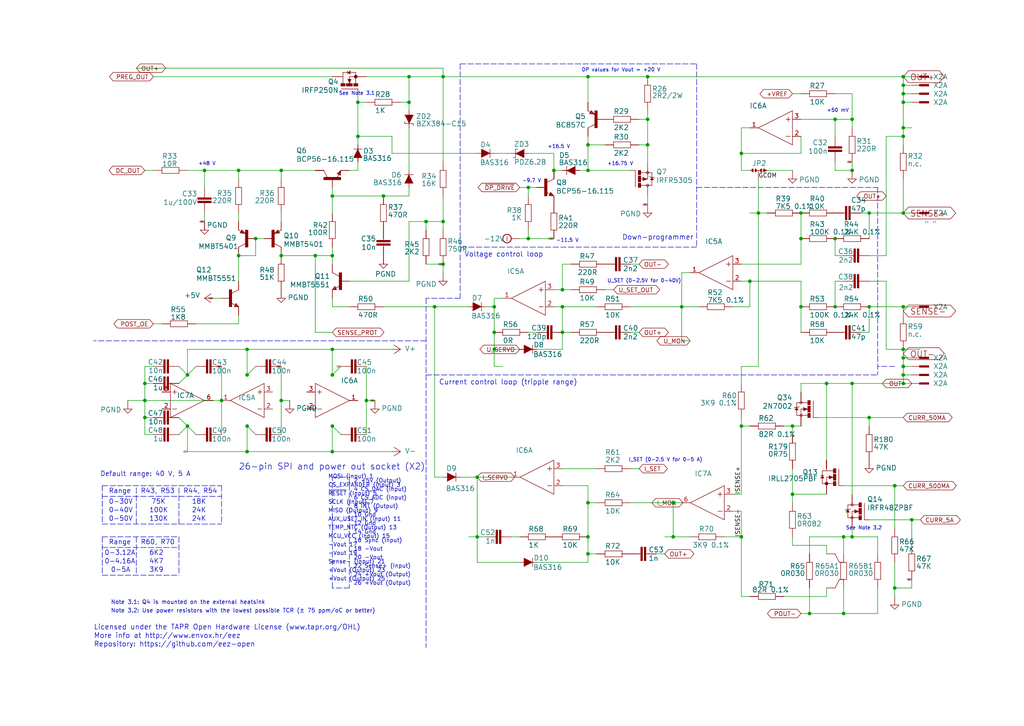
<source format=kicad_sch>
(kicad_sch (version 20210406) (generator eeschema)
  (paper "User" 305.232 216.357)
  (title_block (title "EEZ PSU consolidated") (rev "r5B13a") (comment 4 "CV/CC linear post-regulator, Output enable and \"down-programmer\""))
  (junction (at 43.18 114.3) (diameter 0.9144))
  (junction (at 43.18 119.38) (diameter 0.9144))
  (junction (at 43.18 124.46) (diameter 0.9144))
  (junction (at 55.88 111.76) (diameter 0.9144))
  (junction (at 55.88 127) (diameter 0.9144))
  (junction (at 60.96 50.8) (diameter 0.9144))
  (junction (at 66.04 119.38) (diameter 0.9144))
  (junction (at 71.12 50.8) (diameter 0.9144))
  (junction (at 71.12 76.2) (diameter 0.9144))
  (junction (at 73.66 104.14) (diameter 0.9144))
  (junction (at 73.66 111.76) (diameter 0.9144))
  (junction (at 73.66 127) (diameter 0.9144))
  (junction (at 73.66 134.62) (diameter 0.9144))
  (junction (at 76.2 71.12) (diameter 0.9144))
  (junction (at 83.82 50.8) (diameter 0.9144))
  (junction (at 83.82 76.2) (diameter 0.9144))
  (junction (at 83.82 119.38) (diameter 0.9144))
  (junction (at 93.98 76.2) (diameter 0.9144))
  (junction (at 99.06 58.42) (diameter 0.9144))
  (junction (at 99.06 76.2) (diameter 0.9144))
  (junction (at 99.06 104.14) (diameter 0.9144))
  (junction (at 99.06 111.76) (diameter 0.9144))
  (junction (at 99.06 127) (diameter 0.9144))
  (junction (at 99.06 134.62) (diameter 0.9144))
  (junction (at 106.68 30.48) (diameter 0.9144))
  (junction (at 106.68 40.64) (diameter 0.9144))
  (junction (at 109.22 119.38) (diameter 0.9144))
  (junction (at 114.3 58.42) (diameter 0.9144))
  (junction (at 121.92 22.86) (diameter 0.9144))
  (junction (at 121.92 30.48) (diameter 0.9144))
  (junction (at 127 66.04) (diameter 0.9144))
  (junction (at 129.54 91.44) (diameter 0.9144))
  (junction (at 132.08 22.86) (diameter 0.9144))
  (junction (at 132.08 66.04) (diameter 0.9144))
  (junction (at 132.08 78.74) (diameter 0.9144))
  (junction (at 142.24 142.24) (diameter 0.9144))
  (junction (at 142.24 160.02) (diameter 0.9144))
  (junction (at 147.32 91.44) (diameter 0.9144))
  (junction (at 147.32 99.06) (diameter 0.9144))
  (junction (at 147.32 104.14) (diameter 0.9144))
  (junction (at 157.48 55.88) (diameter 0.9144))
  (junction (at 157.48 71.12) (diameter 0.9144))
  (junction (at 165.1 50.8) (diameter 0.9144))
  (junction (at 167.64 86.36) (diameter 0.9144))
  (junction (at 167.64 91.44) (diameter 0.9144))
  (junction (at 167.64 99.06) (diameter 0.9144))
  (junction (at 175.26 22.86) (diameter 0.9144))
  (junction (at 175.26 43.18) (diameter 0.9144))
  (junction (at 175.26 50.8) (diameter 0.9144))
  (junction (at 175.26 149.86) (diameter 0.9144))
  (junction (at 175.26 160.02) (diameter 0.9144))
  (junction (at 175.26 165.1) (diameter 0.9144))
  (junction (at 193.04 22.86) (diameter 0.9144))
  (junction (at 193.04 35.56) (diameter 0.9144))
  (junction (at 193.04 43.18) (diameter 0.9144))
  (junction (at 200.66 149.86) (diameter 0.9144))
  (junction (at 200.66 160.02) (diameter 0.9144))
  (junction (at 203.2 91.44) (diameter 0.9144))
  (junction (at 220.98 45.72) (diameter 0.9144))
  (junction (at 220.98 127) (diameter 0.9144))
  (junction (at 220.98 160.02) (diameter 0.9144))
  (junction (at 223.52 83.82) (diameter 0.9144))
  (junction (at 226.06 63.5) (diameter 0.9144))
  (junction (at 236.22 127) (diameter 0.9144))
  (junction (at 236.22 147.32) (diameter 0.9144))
  (junction (at 238.76 63.5) (diameter 0.9144))
  (junction (at 238.76 71.12) (diameter 0.9144))
  (junction (at 238.76 91.44) (diameter 0.9144))
  (junction (at 241.3 182.88) (diameter 0.9144))
  (junction (at 246.38 114.3) (diameter 0.9144))
  (junction (at 248.92 35.56) (diameter 0.9144))
  (junction (at 248.92 71.12) (diameter 0.9144))
  (junction (at 248.92 91.44) (diameter 0.9144))
  (junction (at 251.46 160.02) (diameter 0.9144))
  (junction (at 251.46 182.88) (diameter 0.9144))
  (junction (at 254 35.56) (diameter 0.9144))
  (junction (at 254 50.8) (diameter 0.9144))
  (junction (at 254 114.3) (diameter 0.9144))
  (junction (at 254 160.02) (diameter 0.9144))
  (junction (at 259.08 63.5) (diameter 0.9144))
  (junction (at 259.08 91.44) (diameter 0.9144))
  (junction (at 259.08 124.46) (diameter 0.9144))
  (junction (at 266.7 144.78) (diameter 0.9144))
  (junction (at 266.7 175.26) (diameter 0.9144))
  (junction (at 269.24 22.86) (diameter 0.9144))
  (junction (at 269.24 25.4) (diameter 0.9144))
  (junction (at 269.24 27.94) (diameter 0.9144))
  (junction (at 269.24 30.48) (diameter 0.9144))
  (junction (at 269.24 38.1) (diameter 0.9144))
  (junction (at 269.24 40.64) (diameter 0.9144))
  (junction (at 269.24 63.5) (diameter 0.9144))
  (junction (at 269.24 91.44) (diameter 0.9144))
  (junction (at 269.24 104.14) (diameter 0.9144))
  (junction (at 269.24 106.68) (diameter 0.9144))
  (junction (at 269.24 109.22) (diameter 0.9144))
  (junction (at 269.24 111.76) (diameter 0.9144))
  (junction (at 269.24 114.3) (diameter 0.9144))
  (junction (at 271.78 154.94) (diameter 0.9144))
  (wire (pts (xy 40.64 20.32) (xy 132.08 20.32)))
  (wire (pts (xy 43.18 50.8) (xy 45.72 50.8)))
  (wire (pts (xy 43.18 109.22) (xy 45.72 109.22)))
  (wire (pts (xy 43.18 114.3) (xy 43.18 109.22)))
  (wire (pts (xy 43.18 119.38) (xy 38.1 119.38)))
  (wire (pts (xy 43.18 119.38) (xy 43.18 114.3)))
  (wire (pts (xy 43.18 124.46) (xy 43.18 119.38)))
  (wire (pts (xy 43.18 129.54) (xy 43.18 124.46)))
  (wire (pts (xy 45.72 114.3) (xy 43.18 114.3)))
  (wire (pts (xy 45.72 124.46) (xy 43.18 124.46)))
  (wire (pts (xy 45.72 129.54) (xy 43.18 129.54)))
  (wire (pts (xy 48.26 96.52) (xy 45.72 96.52)))
  (wire (pts (xy 53.34 109.22) (xy 55.88 111.76)))
  (wire (pts (xy 53.34 114.3) (xy 55.88 111.76)))
  (wire (pts (xy 53.34 124.46) (xy 55.88 127)))
  (wire (pts (xy 53.34 129.54) (xy 55.88 127)))
  (wire (pts (xy 55.88 50.8) (xy 60.96 50.8)))
  (wire (pts (xy 55.88 104.14) (xy 55.88 111.76)))
  (wire (pts (xy 55.88 134.62) (xy 55.88 127)))
  (wire (pts (xy 55.88 134.62) (xy 73.66 134.62)))
  (wire (pts (xy 58.42 96.52) (xy 71.12 96.52)))
  (wire (pts (xy 58.42 109.22) (xy 55.88 111.76)))
  (wire (pts (xy 58.42 129.54) (xy 55.88 127)))
  (wire (pts (xy 60.96 50.8) (xy 71.12 50.8)))
  (wire (pts (xy 60.96 55.88) (xy 60.96 50.8)))
  (wire (pts (xy 60.96 66.04) (xy 60.96 63.5)))
  (wire (pts (xy 63.5 88.9) (xy 66.04 88.9)))
  (wire (pts (xy 66.04 109.22) (xy 66.04 119.38)))
  (wire (pts (xy 66.04 119.38) (xy 43.18 119.38)))
  (wire (pts (xy 66.04 119.38) (xy 66.04 129.54)))
  (wire (pts (xy 71.12 53.34) (xy 71.12 50.8)))
  (wire (pts (xy 71.12 66.04) (xy 71.12 63.5)))
  (wire (pts (xy 71.12 83.82) (xy 71.12 76.2)))
  (wire (pts (xy 71.12 96.52) (xy 71.12 93.98)))
  (wire (pts (xy 73.66 104.14) (xy 55.88 104.14)))
  (wire (pts (xy 73.66 104.14) (xy 99.06 104.14)))
  (wire (pts (xy 73.66 111.76) (xy 73.66 104.14)))
  (wire (pts (xy 73.66 134.62) (xy 73.66 127)))
  (wire (pts (xy 73.66 134.62) (xy 99.06 134.62)))
  (wire (pts (xy 76.2 71.12) (xy 76.2 76.2)))
  (wire (pts (xy 76.2 71.12) (xy 78.74 71.12)))
  (wire (pts (xy 76.2 76.2) (xy 71.12 76.2)))
  (wire (pts (xy 76.2 109.22) (xy 73.66 111.76)))
  (wire (pts (xy 76.2 129.54) (xy 73.66 127)))
  (wire (pts (xy 83.82 50.8) (xy 71.12 50.8)))
  (wire (pts (xy 83.82 53.34) (xy 83.82 50.8)))
  (wire (pts (xy 83.82 66.04) (xy 83.82 63.5)))
  (wire (pts (xy 83.82 76.2) (xy 93.98 76.2)))
  (wire (pts (xy 83.82 109.22) (xy 83.82 119.38)))
  (wire (pts (xy 83.82 119.38) (xy 83.82 129.54)))
  (wire (pts (xy 86.36 119.38) (xy 83.82 119.38)))
  (wire (pts (xy 93.98 50.8) (xy 83.82 50.8)))
  (wire (pts (xy 93.98 76.2) (xy 93.98 99.06)))
  (wire (pts (xy 93.98 76.2) (xy 99.06 76.2)))
  (wire (pts (xy 93.98 99.06) (xy 99.06 99.06)))
  (wire (pts (xy 99.06 22.86) (xy 45.72 22.86)))
  (wire (pts (xy 99.06 58.42) (xy 99.06 55.88)))
  (wire (pts (xy 99.06 63.5) (xy 99.06 58.42)))
  (wire (pts (xy 99.06 76.2) (xy 99.06 73.66)))
  (wire (pts (xy 99.06 76.2) (xy 99.06 78.74)))
  (wire (pts (xy 99.06 91.44) (xy 99.06 88.9)))
  (wire (pts (xy 99.06 91.44) (xy 104.14 91.44)))
  (wire (pts (xy 99.06 104.14) (xy 116.84 104.14)))
  (wire (pts (xy 99.06 111.76) (xy 99.06 104.14)))
  (wire (pts (xy 99.06 134.62) (xy 99.06 127)))
  (wire (pts (xy 99.06 134.62) (xy 116.84 134.62)))
  (wire (pts (xy 101.6 109.22) (xy 99.06 111.76)))
  (wire (pts (xy 101.6 129.54) (xy 99.06 127)))
  (wire (pts (xy 104.14 50.8) (xy 106.68 50.8)))
  (wire (pts (xy 104.14 83.82) (xy 121.92 83.82)))
  (wire (pts (xy 106.68 27.94) (xy 106.68 30.48)))
  (wire (pts (xy 106.68 30.48) (xy 106.68 40.64)))
  (wire (pts (xy 106.68 40.64) (xy 106.68 43.18)))
  (wire (pts (xy 106.68 50.8) (xy 106.68 48.26)))
  (wire (pts (xy 109.22 22.86) (xy 121.92 22.86)))
  (wire (pts (xy 109.22 30.48) (xy 106.68 30.48)))
  (wire (pts (xy 109.22 119.38) (xy 109.22 109.22)))
  (wire (pts (xy 109.22 129.54) (xy 109.22 119.38)))
  (wire (pts (xy 111.76 119.38) (xy 109.22 119.38)))
  (wire (pts (xy 114.3 58.42) (xy 99.06 58.42)))
  (wire (pts (xy 114.3 91.44) (xy 129.54 91.44)))
  (wire (pts (xy 116.84 40.64) (xy 106.68 40.64)))
  (wire (pts (xy 116.84 45.72) (xy 116.84 40.64)))
  (wire (pts (xy 119.38 30.48) (xy 121.92 30.48)))
  (wire (pts (xy 121.92 22.86) (xy 132.08 22.86)))
  (wire (pts (xy 121.92 30.48) (xy 121.92 22.86)))
  (wire (pts (xy 121.92 30.48) (xy 121.92 33.02)))
  (wire (pts (xy 121.92 38.1) (xy 121.92 50.8)))
  (wire (pts (xy 121.92 55.88) (xy 121.92 58.42)))
  (wire (pts (xy 121.92 58.42) (xy 114.3 58.42)))
  (wire (pts (xy 121.92 66.04) (xy 121.92 83.82)))
  (wire (pts (xy 127 66.04) (xy 121.92 66.04)))
  (wire (pts (xy 127 68.58) (xy 127 66.04)))
  (wire (pts (xy 127 78.74) (xy 132.08 78.74)))
  (wire (pts (xy 129.54 91.44) (xy 139.7 91.44)))
  (wire (pts (xy 129.54 142.24) (xy 129.54 91.44)))
  (wire (pts (xy 129.54 142.24) (xy 132.08 142.24)))
  (wire (pts (xy 132.08 22.86) (xy 132.08 20.32)))
  (wire (pts (xy 132.08 22.86) (xy 175.26 22.86)))
  (wire (pts (xy 132.08 48.26) (xy 132.08 22.86)))
  (wire (pts (xy 132.08 58.42) (xy 132.08 66.04)))
  (wire (pts (xy 132.08 66.04) (xy 127 66.04)))
  (wire (pts (xy 132.08 66.04) (xy 132.08 68.58)))
  (wire (pts (xy 132.08 78.74) (xy 132.08 81.28)))
  (wire (pts (xy 137.16 142.24) (xy 142.24 142.24)))
  (wire (pts (xy 142.24 45.72) (xy 116.84 45.72)))
  (wire (pts (xy 142.24 142.24) (xy 142.24 160.02)))
  (wire (pts (xy 142.24 160.02) (xy 139.7 160.02)))
  (wire (pts (xy 142.24 160.02) (xy 142.24 167.64)))
  (wire (pts (xy 142.24 167.64) (xy 154.94 167.64)))
  (wire (pts (xy 144.78 91.44) (xy 147.32 91.44)))
  (wire (pts (xy 144.78 160.02) (xy 142.24 160.02)))
  (wire (pts (xy 147.32 45.72) (xy 152.4 45.72)))
  (wire (pts (xy 147.32 91.44) (xy 147.32 88.9)))
  (wire (pts (xy 147.32 99.06) (xy 147.32 91.44)))
  (wire (pts (xy 147.32 104.14) (xy 147.32 99.06)))
  (wire (pts (xy 147.32 109.22) (xy 147.32 104.14)))
  (wire (pts (xy 149.86 88.9) (xy 147.32 88.9)))
  (wire (pts (xy 149.86 109.22) (xy 147.32 109.22)))
  (wire (pts (xy 152.4 142.24) (xy 142.24 142.24)))
  (wire (pts (xy 154.94 71.12) (xy 157.48 71.12)))
  (wire (pts (xy 154.94 104.14) (xy 147.32 104.14)))
  (wire (pts (xy 154.94 160.02) (xy 152.4 160.02)))
  (wire (pts (xy 157.48 45.72) (xy 165.1 45.72)))
  (wire (pts (xy 157.48 55.88) (xy 154.94 55.88)))
  (wire (pts (xy 157.48 55.88) (xy 157.48 58.42)))
  (wire (pts (xy 157.48 71.12) (xy 157.48 68.58)))
  (wire (pts (xy 160.02 55.88) (xy 157.48 55.88)))
  (wire (pts (xy 160.02 99.06) (xy 157.48 99.06)))
  (wire (pts (xy 160.02 104.14) (xy 167.64 104.14)))
  (wire (pts (xy 160.02 167.64) (xy 175.26 167.64)))
  (wire (pts (xy 165.1 50.8) (xy 165.1 45.72)))
  (wire (pts (xy 165.1 71.12) (xy 157.48 71.12)))
  (wire (pts (xy 165.1 91.44) (xy 167.64 91.44)))
  (wire (pts (xy 167.64 50.8) (xy 165.1 50.8)))
  (wire (pts (xy 167.64 78.74) (xy 167.64 86.36)))
  (wire (pts (xy 167.64 86.36) (xy 165.1 86.36)))
  (wire (pts (xy 167.64 99.06) (xy 167.64 91.44)))
  (wire (pts (xy 167.64 104.14) (xy 167.64 99.06)))
  (wire (pts (xy 167.64 139.7) (xy 177.8 139.7)))
  (wire (pts (xy 167.64 144.78) (xy 175.26 144.78)))
  (wire (pts (xy 170.18 78.74) (xy 167.64 78.74)))
  (wire (pts (xy 170.18 86.36) (xy 167.64 86.36)))
  (wire (pts (xy 170.18 99.06) (xy 167.64 99.06)))
  (wire (pts (xy 175.26 22.86) (xy 193.04 22.86)))
  (wire (pts (xy 175.26 30.48) (xy 175.26 22.86)))
  (wire (pts (xy 175.26 43.18) (xy 175.26 40.64)))
  (wire (pts (xy 175.26 43.18) (xy 175.26 50.8)))
  (wire (pts (xy 175.26 50.8) (xy 172.72 50.8)))
  (wire (pts (xy 175.26 149.86) (xy 175.26 144.78)))
  (wire (pts (xy 175.26 160.02) (xy 175.26 149.86)))
  (wire (pts (xy 175.26 160.02) (xy 175.26 165.1)))
  (wire (pts (xy 175.26 167.64) (xy 175.26 165.1)))
  (wire (pts (xy 177.8 91.44) (xy 167.64 91.44)))
  (wire (pts (xy 177.8 149.86) (xy 175.26 149.86)))
  (wire (pts (xy 177.8 165.1) (xy 175.26 165.1)))
  (wire (pts (xy 180.34 43.18) (xy 175.26 43.18)))
  (wire (pts (xy 180.34 86.36) (xy 182.88 86.36)))
  (wire (pts (xy 187.96 50.8) (xy 175.26 50.8)))
  (wire (pts (xy 187.96 78.74) (xy 190.5 78.74)))
  (wire (pts (xy 187.96 91.44) (xy 203.2 91.44)))
  (wire (pts (xy 187.96 99.06) (xy 190.5 99.06)))
  (wire (pts (xy 187.96 149.86) (xy 200.66 149.86)))
  (wire (pts (xy 190.5 35.56) (xy 193.04 35.56)))
  (wire (pts (xy 190.5 43.18) (xy 193.04 43.18)))
  (wire (pts (xy 190.5 139.7) (xy 187.96 139.7)))
  (wire (pts (xy 193.04 22.86) (xy 269.24 22.86)))
  (wire (pts (xy 193.04 35.56) (xy 193.04 33.02)))
  (wire (pts (xy 193.04 35.56) (xy 193.04 43.18)))
  (wire (pts (xy 193.04 43.18) (xy 193.04 48.26)))
  (wire (pts (xy 193.04 60.96) (xy 193.04 58.42)))
  (wire (pts (xy 195.58 165.1) (xy 198.12 165.1)))
  (wire (pts (xy 198.12 160.02) (xy 200.66 160.02)))
  (wire (pts (xy 200.66 160.02) (xy 200.66 149.86)))
  (wire (pts (xy 203.2 81.28) (xy 203.2 91.44)))
  (wire (pts (xy 203.2 101.6) (xy 203.2 91.44)))
  (wire (pts (xy 203.2 149.86) (xy 200.66 149.86)))
  (wire (pts (xy 205.74 81.28) (xy 203.2 81.28)))
  (wire (pts (xy 205.74 101.6) (xy 203.2 101.6)))
  (wire (pts (xy 205.74 160.02) (xy 200.66 160.02)))
  (wire (pts (xy 208.28 91.44) (xy 203.2 91.44)))
  (wire (pts (xy 215.9 160.02) (xy 220.98 160.02)))
  (wire (pts (xy 218.44 91.44) (xy 223.52 91.44)))
  (wire (pts (xy 218.44 147.32) (xy 220.98 147.32)))
  (wire (pts (xy 218.44 152.4) (xy 220.98 152.4)))
  (wire (pts (xy 220.98 38.1) (xy 220.98 45.72)))
  (wire (pts (xy 220.98 45.72) (xy 238.76 45.72)))
  (wire (pts (xy 220.98 50.8) (xy 220.98 45.72)))
  (wire (pts (xy 220.98 78.74) (xy 238.76 78.74)))
  (wire (pts (xy 220.98 83.82) (xy 223.52 83.82)))
  (wire (pts (xy 220.98 109.22) (xy 226.06 109.22)))
  (wire (pts (xy 220.98 114.3) (xy 220.98 109.22)))
  (wire (pts (xy 220.98 127) (xy 220.98 124.46)))
  (wire (pts (xy 220.98 147.32) (xy 220.98 127)))
  (wire (pts (xy 220.98 160.02) (xy 220.98 152.4)))
  (wire (pts (xy 220.98 177.8) (xy 220.98 160.02)))
  (wire (pts (xy 223.52 38.1) (xy 220.98 38.1)))
  (wire (pts (xy 223.52 50.8) (xy 220.98 50.8)))
  (wire (pts (xy 223.52 91.44) (xy 223.52 83.82)))
  (wire (pts (xy 223.52 127) (xy 220.98 127)))
  (wire (pts (xy 223.52 177.8) (xy 220.98 177.8)))
  (wire (pts (xy 226.06 63.5) (xy 223.52 63.5)))
  (wire (pts (xy 226.06 63.5) (xy 226.06 53.34)))
  (wire (pts (xy 226.06 109.22) (xy 226.06 63.5)))
  (wire (pts (xy 228.6 50.8) (xy 236.22 50.8)))
  (wire (pts (xy 228.6 63.5) (xy 226.06 63.5)))
  (wire (pts (xy 233.68 127) (xy 236.22 127)))
  (wire (pts (xy 236.22 127) (xy 238.76 127)))
  (wire (pts (xy 236.22 129.54) (xy 236.22 127)))
  (wire (pts (xy 236.22 139.7) (xy 236.22 147.32)))
  (wire (pts (xy 236.22 147.32) (xy 246.38 147.32)))
  (wire (pts (xy 236.22 149.86) (xy 236.22 147.32)))
  (wire (pts (xy 236.22 160.02) (xy 236.22 162.56)))
  (wire (pts (xy 238.76 27.94) (xy 236.22 27.94)))
  (wire (pts (xy 238.76 35.56) (xy 248.92 35.56)))
  (wire (pts (xy 238.76 45.72) (xy 238.76 40.64)))
  (wire (pts (xy 238.76 63.5) (xy 238.76 71.12)))
  (wire (pts (xy 238.76 78.74) (xy 238.76 71.12)))
  (wire (pts (xy 238.76 83.82) (xy 223.52 83.82)))
  (wire (pts (xy 238.76 91.44) (xy 238.76 83.82)))
  (wire (pts (xy 238.76 99.06) (xy 238.76 91.44)))
  (wire (pts (xy 238.76 114.3) (xy 238.76 116.84)))
  (wire (pts (xy 241.3 160.02) (xy 251.46 160.02)))
  (wire (pts (xy 241.3 165.1) (xy 241.3 160.02)))
  (wire (pts (xy 241.3 182.88) (xy 238.76 182.88)))
  (wire (pts (xy 241.3 182.88) (xy 241.3 175.26)))
  (wire (pts (xy 243.84 124.46) (xy 259.08 124.46)))
  (wire (pts (xy 246.38 114.3) (xy 238.76 114.3)))
  (wire (pts (xy 246.38 114.3) (xy 246.38 137.16)))
  (wire (pts (xy 246.38 162.56) (xy 236.22 162.56)))
  (wire (pts (xy 246.38 162.56) (xy 246.38 165.1)))
  (wire (pts (xy 246.38 175.26) (xy 246.38 177.8)))
  (wire (pts (xy 246.38 177.8) (xy 233.68 177.8)))
  (wire (pts (xy 248.92 35.56) (xy 254 35.56)))
  (wire (pts (xy 248.92 40.64) (xy 248.92 35.56)))
  (wire (pts (xy 248.92 50.8) (xy 248.92 48.26)))
  (wire (pts (xy 248.92 76.2) (xy 248.92 71.12)))
  (wire (pts (xy 248.92 83.82) (xy 248.92 91.44)))
  (wire (pts (xy 251.46 76.2) (xy 248.92 76.2)))
  (wire (pts (xy 251.46 83.82) (xy 248.92 83.82)))
  (wire (pts (xy 251.46 144.78) (xy 266.7 144.78)))
  (wire (pts (xy 251.46 160.02) (xy 254 160.02)))
  (wire (pts (xy 251.46 165.1) (xy 251.46 160.02)))
  (wire (pts (xy 251.46 175.26) (xy 251.46 182.88)))
  (wire (pts (xy 251.46 182.88) (xy 241.3 182.88)))
  (wire (pts (xy 254 27.94) (xy 248.92 27.94)))
  (wire (pts (xy 254 35.56) (xy 254 27.94)))
  (wire (pts (xy 254 38.1) (xy 254 35.56)))
  (wire (pts (xy 254 48.26) (xy 254 50.8)))
  (wire (pts (xy 254 50.8) (xy 248.92 50.8)))
  (wire (pts (xy 254 114.3) (xy 246.38 114.3)))
  (wire (pts (xy 254 114.3) (xy 269.24 114.3)))
  (wire (pts (xy 254 147.32) (xy 254 114.3)))
  (wire (pts (xy 254 160.02) (xy 254 157.48)))
  (wire (pts (xy 254 160.02) (xy 261.62 160.02)))
  (wire (pts (xy 256.54 63.5) (xy 259.08 63.5)))
  (wire (pts (xy 256.54 99.06) (xy 259.08 99.06)))
  (wire (pts (xy 259.08 63.5) (xy 259.08 71.12)))
  (wire (pts (xy 259.08 63.5) (xy 269.24 63.5)))
  (wire (pts (xy 259.08 76.2) (xy 264.16 76.2)))
  (wire (pts (xy 259.08 83.82) (xy 264.16 83.82)))
  (wire (pts (xy 259.08 91.44) (xy 269.24 91.44)))
  (wire (pts (xy 259.08 99.06) (xy 259.08 91.44)))
  (wire (pts (xy 259.08 124.46) (xy 259.08 127)))
  (wire (pts (xy 259.08 124.46) (xy 269.24 124.46)))
  (wire (pts (xy 259.08 154.94) (xy 271.78 154.94)))
  (wire (pts (xy 261.62 160.02) (xy 261.62 165.1)))
  (wire (pts (xy 261.62 175.26) (xy 261.62 182.88)))
  (wire (pts (xy 261.62 182.88) (xy 251.46 182.88)))
  (wire (pts (xy 264.16 40.64) (xy 269.24 40.64)))
  (wire (pts (xy 264.16 76.2) (xy 264.16 40.64)))
  (wire (pts (xy 264.16 83.82) (xy 264.16 104.14)))
  (wire (pts (xy 264.16 104.14) (xy 269.24 104.14)))
  (wire (pts (xy 266.7 144.78) (xy 269.24 144.78)))
  (wire (pts (xy 266.7 157.48) (xy 266.7 144.78)))
  (wire (pts (xy 266.7 167.64) (xy 266.7 175.26)))
  (wire (pts (xy 266.7 175.26) (xy 266.7 177.8)))
  (wire (pts (xy 269.24 25.4) (xy 269.24 22.86)))
  (wire (pts (xy 269.24 27.94) (xy 269.24 25.4)))
  (wire (pts (xy 269.24 30.48) (xy 269.24 27.94)))
  (wire (pts (xy 269.24 38.1) (xy 269.24 30.48)))
  (wire (pts (xy 269.24 40.64) (xy 269.24 38.1)))
  (wire (pts (xy 269.24 43.18) (xy 269.24 40.64)))
  (wire (pts (xy 269.24 53.34) (xy 269.24 63.5)))
  (wire (pts (xy 269.24 93.98) (xy 269.24 91.44)))
  (wire (pts (xy 269.24 104.14) (xy 274.32 104.14)))
  (wire (pts (xy 269.24 106.68) (xy 269.24 104.14)))
  (wire (pts (xy 269.24 109.22) (xy 269.24 106.68)))
  (wire (pts (xy 269.24 111.76) (xy 269.24 109.22)))
  (wire (pts (xy 269.24 114.3) (xy 269.24 111.76)))
  (wire (pts (xy 271.78 22.86) (xy 269.24 22.86)))
  (wire (pts (xy 271.78 25.4) (xy 269.24 25.4)))
  (wire (pts (xy 271.78 27.94) (xy 269.24 27.94)))
  (wire (pts (xy 271.78 30.48) (xy 269.24 30.48)))
  (wire (pts (xy 271.78 38.1) (xy 269.24 38.1)))
  (wire (pts (xy 271.78 63.5) (xy 269.24 63.5)))
  (wire (pts (xy 271.78 91.44) (xy 269.24 91.44)))
  (wire (pts (xy 271.78 106.68) (xy 269.24 106.68)))
  (wire (pts (xy 271.78 109.22) (xy 269.24 109.22)))
  (wire (pts (xy 271.78 111.76) (xy 269.24 111.76)))
  (wire (pts (xy 271.78 114.3) (xy 269.24 114.3)))
  (wire (pts (xy 271.78 154.94) (xy 271.78 162.56)))
  (wire (pts (xy 271.78 154.94) (xy 274.32 154.94)))
  (wire (pts (xy 271.78 172.72) (xy 271.78 175.26)))
  (wire (pts (xy 271.78 175.26) (xy 266.7 175.26)))
  (polyline (pts (xy 30.48 144.78) (xy 30.48 156.21)) (stroke (width 0) (type dash)))
  (polyline (pts (xy 30.48 144.78) (xy 66.04 144.78)) (stroke (width 0) (type dash)))
  (polyline (pts (xy 30.48 147.955) (xy 66.04 147.955)) (stroke (width 0) (type dash)))
  (polyline (pts (xy 30.48 156.21) (xy 66.04 156.21)) (stroke (width 0) (type dash)))
  (polyline (pts (xy 30.48 160.02) (xy 30.48 171.45)) (stroke (width 0) (type dash)))
  (polyline (pts (xy 30.48 160.02) (xy 53.34 160.02)) (stroke (width 0) (type dash)))
  (polyline (pts (xy 30.48 163.195) (xy 53.34 163.195)) (stroke (width 0) (type dash)))
  (polyline (pts (xy 30.48 171.45) (xy 53.34 171.45)) (stroke (width 0) (type dash)))
  (polyline (pts (xy 40.64 156.21) (xy 40.64 144.78)) (stroke (width 0) (type dash)))
  (polyline (pts (xy 40.64 160.02) (xy 40.64 171.45)) (stroke (width 0) (type dash)))
  (polyline (pts (xy 53.34 156.21) (xy 53.34 144.78)) (stroke (width 0) (type dash)))
  (polyline (pts (xy 53.34 160.02) (xy 53.34 171.45)) (stroke (width 0) (type dash)))
  (polyline (pts (xy 66.04 144.78) (xy 66.04 156.21)) (stroke (width 0) (type dash)))
  (polyline (pts (xy 99.06 142.24) (xy 104.14 142.24)) (stroke (width 0) (type dash)))
  (polyline (pts (xy 99.06 175.26) (xy 99.06 142.24)) (stroke (width 0) (type dash)))
  (polyline (pts (xy 104.14 142.24) (xy 104.14 175.26)) (stroke (width 0) (type dash)))
  (polyline (pts (xy 104.14 175.26) (xy 99.06 175.26)) (stroke (width 0) (type dash)))
  (polyline (pts (xy 127 88.9) (xy 127 193.04)) (stroke (width 0) (type dash)))
  (polyline (pts (xy 127 101.6) (xy 27.94 101.6)) (stroke (width 0) (type dash)))
  (polyline (pts (xy 127 111.76) (xy 261.62 111.76)) (stroke (width 0) (type dash)))
  (polyline (pts (xy 137.16 19.05) (xy 137.16 73.025)) (stroke (width 0) (type dash)))
  (polyline (pts (xy 137.16 19.05) (xy 207.645 19.05)) (stroke (width 0) (type dash)))
  (polyline (pts (xy 137.16 73.66) (xy 137.16 88.9)) (stroke (width 0) (type dash)))
  (polyline (pts (xy 137.16 88.9) (xy 127 88.9)) (stroke (width 0) (type dash)))
  (polyline (pts (xy 207.645 19.05) (xy 207.645 73.66)) (stroke (width 0) (type dash)))
  (polyline (pts (xy 207.645 55.88) (xy 261.62 55.88)) (stroke (width 0) (type dash)))
  (polyline (pts (xy 207.645 73.66) (xy 137.16 73.66)) (stroke (width 0) (type dash)))
  (polyline (pts (xy 261.62 55.88) (xy 261.62 111.76)) (stroke (width 0) (type dash)))
  (polyline (pts (xy 266.7 109.22) (xy 261.62 109.22)) (stroke (width 0) (type dash)))
  (text "Licensed under the TAPR Open Hardware License (www.tapr.org/OHL)" (at 27.94 187.96 0) (effects (font (size 1.4986 1.4986)) (justify left bottom)))
  (text "More info at http://www.envox.hr/eez" (at 27.94 190.5 0) (effects (font (size 1.4986 1.4986)) (justify left bottom)))
  (text "Repository: https://github.com/eez-open" (at 27.94 193.04 0) (effects (font (size 1.4986 1.4986)) (justify left bottom)))
  (text "Default range: 40 V, 5 A" (at 29.845 142.24 0) (effects (font (size 1.4224 1.4224)) (justify left bottom)))
  (text "0-3.12A" (at 31.115 165.735 0) (effects (font (size 1.4224 1.4224)) (justify left bottom)))
  (text "0-4.16A" (at 31.115 168.275 0) (effects (font (size 1.4224 1.4224)) (justify left bottom)))
  (text "Range" (at 32.385 147.32 0) (effects (font (size 1.4224 1.4224)) (justify left bottom)))
  (text "0-30V" (at 32.385 150.495 0) (effects (font (size 1.4224 1.4224)) (justify left bottom)))
  (text "0-40V" (at 32.385 153.035 0) (effects (font (size 1.4224 1.4224)) (justify left bottom)))
  (text "0-50V" (at 32.385 155.575 0) (effects (font (size 1.4224 1.4224)) (justify left bottom)))
  (text "Range" (at 32.385 162.56 0) (effects (font (size 1.4224 1.4224)) (justify left bottom)))
  (text "0-5A" (at 33.02 170.815 0) (effects (font (size 1.4224 1.4224)) (justify left bottom)))
  (text "Note 3.1: Q4 is mounted on the external heatsink" (at 33.02 180.34 0) (effects (font (size 1.1938 1.1938)) (justify left bottom)))
  (text "Note 3.2: Use power resistors with the lowest possible TCR (± 75 ppm/oC or better)" (at 33.02 182.88 0) (effects (font (size 1.1938 1.1938)) (justify left bottom)))
  (text "R43, R53" (at 41.91 147.32 0) (effects (font (size 1.4224 1.4224)) (justify left bottom)))
  (text "R60, R70" (at 41.91 162.56 0) (effects (font (size 1.4224 1.4224)) (justify left bottom)))
  (text "100K" (at 44.45 153.035 0) (effects (font (size 1.4224 1.4224)) (justify left bottom)))
  (text "130K" (at 44.45 155.575 0) (effects (font (size 1.4224 1.4224)) (justify left bottom)))
  (text "6K2" (at 44.45 165.735 0) (effects (font (size 1.4224 1.4224)) (justify left bottom)))
  (text "4K7" (at 44.45 168.275 0) (effects (font (size 1.4224 1.4224)) (justify left bottom)))
  (text "3K9" (at 44.45 170.815 0) (effects (font (size 1.4224 1.4224)) (justify left bottom)))
  (text "75K" (at 45.085 150.495 0) (effects (font (size 1.4224 1.4224)) (justify left bottom)))
  (text "R44, R54" (at 54.61 147.32 0) (effects (font (size 1.4224 1.4224)) (justify left bottom)))
  (text "18K" (at 57.15 150.495 0) (effects (font (size 1.4224 1.4224)) (justify left bottom)))
  (text "24K" (at 57.15 153.035 0) (effects (font (size 1.4224 1.4224)) (justify left bottom)))
  (text "24K" (at 57.15 155.575 0) (effects (font (size 1.4224 1.4224)) (justify left bottom)))
  (text "+48 V" (at 59.055 49.53 0) (effects (font (size 1.0668 1.0668)) (justify left bottom)))
  (text "26-pin SPI and power out socket (X2)" (at 71.12 140.335 0) (effects (font (size 1.8542 1.8542)) (justify left bottom)))
  (text "MOSI (Input) 1" (at 97.79 142.875 0) (effects (font (size 1.1938 1.1938)) (justify left bottom)))
  (text "CS_EXPANDER (Input) 3" (at 97.79 145.415 0) (effects (font (size 1.1938 1.1938)) (justify left bottom)))
  (text "~RESET~ (Input) 5" (at 97.79 147.955 0) (effects (font (size 1.1938 1.1938)) (justify left bottom)))
  (text "SCLK (Input) 7" (at 97.79 150.495 0) (effects (font (size 1.1938 1.1938)) (justify left bottom)))
  (text "MISO (Output) 9" (at 97.79 153.035 0) (effects (font (size 1.1938 1.1938)) (justify left bottom)))
  (text "AUX_USET_IN (Input) 11" (at 97.79 155.575 0) (effects (font (size 1.1938 1.1938)) (justify left bottom)))
  (text "TEMP_NTC (Output) 13" (at 97.79 158.115 0) (effects (font (size 1.1938 1.1938)) (justify left bottom)))
  (text "MCU_VCC (Input) 15" (at 97.79 160.655 0) (effects (font (size 1.1938 1.1938)) (justify left bottom)))
  (text "-Vout 17" (at 97.79 163.195 0) (effects (font (size 1.1938 1.1938)) (justify left bottom)))
  (text "-Vout 19" (at 97.79 165.735 0) (effects (font (size 1.1938 1.1938)) (justify left bottom)))
  (text "Sense- (Input) 21" (at 97.79 168.275 0) (effects (font (size 1.1938 1.1938)) (justify left bottom)))
  (text "+Vout (Output) 23" (at 97.79 170.815 0) (effects (font (size 1.1938 1.1938)) (justify left bottom)))
  (text "+Vout (Output) 25" (at 97.79 173.355 0) (effects (font (size 1.1938 1.1938)) (justify left bottom)))
  (text "See Note 3.1" (at 100.965 28.575 0) (effects (font (size 1.0668 1.0668)) (justify left bottom)))
  (text "2 +5V (Output)" (at 105.41 144.145 0) (effects (font (size 1.1938 1.1938)) (justify left bottom)))
  (text "4 CS_DAC (Input)" (at 105.41 146.685 0) (effects (font (size 1.1938 1.1938)) (justify left bottom)))
  (text "6 CS_ADC (Input)" (at 105.41 149.225 0) (effects (font (size 1.1938 1.1938)) (justify left bottom)))
  (text "8 ~INT~ (Output)" (at 105.41 151.765 0) (effects (font (size 1.1938 1.1938)) (justify left bottom)))
  (text "10 Gnd" (at 105.41 154.305 0) (effects (font (size 1.1938 1.1938)) (justify left bottom)))
  (text "12 Gnd" (at 105.41 156.845 0) (effects (font (size 1.1938 1.1938)) (justify left bottom)))
  (text "14 Gnd" (at 105.41 159.385 0) (effects (font (size 1.1938 1.1938)) (justify left bottom)))
  (text "16 Sync (Input)" (at 105.41 161.925 0) (effects (font (size 1.1938 1.1938)) (justify left bottom)))
  (text "18 -Vout" (at 105.41 164.465 0) (effects (font (size 1.1938 1.1938)) (justify left bottom)))
  (text "20 -Vout" (at 105.41 167.005 0) (effects (font (size 1.1938 1.1938)) (justify left bottom)))
  (text "22 Sense+ (Input)" (at 105.41 169.545 0) (effects (font (size 1.1938 1.1938)) (justify left bottom)))
  (text "24 +Vout (Output)" (at 105.41 172.085 0) (effects (font (size 1.1938 1.1938)) (justify left bottom)))
  (text "26 +Vout (Output)" (at 105.41 174.625 0) (effects (font (size 1.1938 1.1938)) (justify left bottom)))
  (text "Current control loop (tripple range)" (at 130.81 114.935 0) (effects (font (size 1.4986 1.4986)) (justify left bottom)))
  (text "Voltage control loop" (at 138.43 76.835 0) (effects (font (size 1.4986 1.4986)) (justify left bottom)))
  (text "-9.7 V" (at 155.575 54.61 0) (effects (font (size 1.0668 1.0668)) (justify left bottom)))
  (text "+16.5 V" (at 163.195 44.45 0) (effects (font (size 1.0668 1.0668)) (justify left bottom)))
  (text "-11.5 V" (at 165.735 72.39 0) (effects (font (size 1.0668 1.0668)) (justify left bottom)))
  (text "DP values for Vout = +20 V" (at 173.355 21.59 0) (effects (font (size 1.0668 1.0668)) (justify left bottom)))
  (text "+16.75 V" (at 180.975 49.53 0) (effects (font (size 1.0668 1.0668)) (justify left bottom)))
  (text "U_SET (0-2.5V for 0-40V)" (at 180.975 84.455 0) (effects (font (size 1.0668 1.0668)) (justify left bottom)))
  (text "Down-programmer" (at 185.42 71.755 0) (effects (font (size 1.4986 1.4986)) (justify left bottom)))
  (text "I_SET (0-2.5 V for 0-5 A)" (at 187.325 137.795 0) (effects (font (size 1.0668 1.0668)) (justify left bottom)))
  (text "+50 mV" (at 246.38 33.655 0) (effects (font (size 1.0668 1.0668)) (justify left bottom)))
  (text "See Note 3.2" (at 252.095 158.115 0) (effects (font (size 1.0668 1.0668)) (justify left bottom)))
  (text "\" \"" (at 275.59 67.945 0) (effects (font (size 1.4986 1.4986)) (justify left bottom)))
  (label "ISENSE+" (at 220.98 147.32 90))
  (label "ISENSE-" (at 220.98 160.02 90))
  (label "GCOM" (at 226.06 53.34 0))
  (global_label "OUT+" (shape bidirectional) (at 40.64 20.32 0) (property "Intersheet References" "${INTERSHEET_REFS}" (effects hide)))
  (global_label "DC_OUT" (shape bidirectional) (at 43.18 50.8 180) (property "Intersheet References" "${INTERSHEET_REFS}" (effects hide)))
  (global_label "PREG_OUT" (shape bidirectional) (at 45.72 22.86 180) (property "Intersheet References" "${INTERSHEET_REFS}" (effects hide)))
  (global_label "POST_OE" (shape bidirectional) (at 45.72 96.52 180) (property "Intersheet References" "${INTERSHEET_REFS}" (effects hide)))
  (global_label "V-" (shape bidirectional) (at 55.88 134.62 180) (effects (font (size 0.254 0.254))) (property "Intersheet References" "${INTERSHEET_REFS}" (effects hide)))
  (global_label "GND" (shape bidirectional) (at 60.96 66.04 180) (effects (font (size 0.254 0.254))) (property "Intersheet References" "${INTERSHEET_REFS}" (effects hide)))
  (global_label "+5V" (shape bidirectional) (at 63.5 88.9 180) (effects (font (size 0.254 0.254))) (property "Intersheet References" "${INTERSHEET_REFS}" (effects hide)))
  (global_label "GND" (shape bidirectional) (at 66.04 109.22 180) (effects (font (size 0.254 0.254))) (property "Intersheet References" "${INTERSHEET_REFS}" (effects hide)))
  (global_label "GND" (shape bidirectional) (at 83.82 109.22 180) (effects (font (size 0.254 0.254))) (property "Intersheet References" "${INTERSHEET_REFS}" (effects hide)))
  (global_label "SENSE_PROT" (shape bidirectional) (at 99.06 99.06 0) (property "Intersheet References" "${INTERSHEET_REFS}" (effects hide)))
  (global_label "V+" (shape bidirectional) (at 101.6 109.22 180) (effects (font (size 0.254 0.254))) (property "Intersheet References" "${INTERSHEET_REFS}" (effects hide)))
  (global_label "GND" (shape bidirectional) (at 111.76 119.38 180) (effects (font (size 0.254 0.254))) (property "Intersheet References" "${INTERSHEET_REFS}" (effects hide)))
  (global_label "GND" (shape bidirectional) (at 132.08 78.74 180) (effects (font (size 0.254 0.254))) (property "Intersheet References" "${INTERSHEET_REFS}" (effects hide)))
  (global_label "I_SERVO" (shape bidirectional) (at 142.24 142.24 0) (property "Intersheet References" "${INTERSHEET_REFS}" (effects hide)))
  (global_label "~DP_DRIVE" (shape bidirectional) (at 154.94 55.88 180) (property "Intersheet References" "${INTERSHEET_REFS}" (effects hide)))
  (global_label "U_SERVO" (shape bidirectional) (at 154.94 104.14 180) (property "Intersheet References" "${INTERSHEET_REFS}" (effects hide)))
  (global_label "-12V" (shape bidirectional) (at 165.1 71.12 180) (effects (font (size 0.254 0.254))) (property "Intersheet References" "${INTERSHEET_REFS}" (effects hide)))
  (global_label "U_SET_OUT" (shape bidirectional) (at 182.88 86.36 0) (property "Intersheet References" "${INTERSHEET_REFS}" (effects hide)))
  (global_label "OUT-" (shape bidirectional) (at 190.5 78.74 0) (property "Intersheet References" "${INTERSHEET_REFS}" (effects hide)))
  (global_label "OUT+" (shape bidirectional) (at 190.5 99.06 0) (property "Intersheet References" "${INTERSHEET_REFS}" (effects hide)))
  (global_label "I_SET" (shape bidirectional) (at 190.5 139.7 0) (property "Intersheet References" "${INTERSHEET_REFS}" (effects hide)))
  (global_label "GND" (shape bidirectional) (at 193.04 60.96 180) (effects (font (size 0.254 0.254))) (property "Intersheet References" "${INTERSHEET_REFS}" (effects hide)))
  (global_label "I_MON" (shape bidirectional) (at 194.31 149.86 0) (property "Intersheet References" "${INTERSHEET_REFS}" (effects hide)))
  (global_label "OUT+" (shape bidirectional) (at 198.12 165.1 0) (property "Intersheet References" "${INTERSHEET_REFS}" (effects hide)))
  (global_label "U_MON" (shape bidirectional) (at 205.74 101.6 180) (property "Intersheet References" "${INTERSHEET_REFS}" (effects hide)))
  (global_label "GND" (shape bidirectional) (at 228.6 50.8 180) (effects (font (size 0.254 0.254))) (property "Intersheet References" "${INTERSHEET_REFS}" (effects hide)))
  (global_label "+VREF" (shape bidirectional) (at 236.22 27.94 180) (property "Intersheet References" "${INTERSHEET_REFS}" (effects hide)))
  (global_label "POUT-" (shape bidirectional) (at 238.76 182.88 180) (property "Intersheet References" "${INTERSHEET_REFS}" (effects hide)))
  (global_label "GND" (shape bidirectional) (at 254 48.26 180) (effects (font (size 0.254 0.254))) (property "Intersheet References" "${INTERSHEET_REFS}" (effects hide)))
  (global_label "OUT+" (shape bidirectional) (at 264.16 58.42 180) (property "Intersheet References" "${INTERSHEET_REFS}" (effects hide)))
  (global_label "OUT+" (shape bidirectional) (at 269.24 22.86 0) (effects (font (size 1.778 1.778))) (property "Intersheet References" "${INTERSHEET_REFS}" (effects hide)))
  (global_label "SENSE+" (shape bidirectional) (at 269.24 63.5 0) (effects (font (size 1.778 1.778))) (property "Intersheet References" "${INTERSHEET_REFS}" (effects hide)))
  (global_label "SENSE-" (shape bidirectional) (at 269.24 92.71 0) (effects (font (size 1.778 1.778))) (property "Intersheet References" "${INTERSHEET_REFS}" (effects hide)))
  (global_label "OUT-" (shape bidirectional) (at 269.24 105.41 0) (effects (font (size 1.778 1.778))) (property "Intersheet References" "${INTERSHEET_REFS}" (effects hide)))
  (global_label "CURR_50MA" (shape bidirectional) (at 269.24 124.46 0) (property "Intersheet References" "${INTERSHEET_REFS}" (effects hide)))
  (global_label "CURR_500MA" (shape bidirectional) (at 269.24 144.78 0) (property "Intersheet References" "${INTERSHEET_REFS}" (effects hide)))
  (global_label "OUT-" (shape bidirectional) (at 271.78 114.3 180) (property "Intersheet References" "${INTERSHEET_REFS}" (effects hide)))
  (global_label "GND" (shape bidirectional) (at 271.78 172.72 180) (effects (font (size 0.254 0.254))) (property "Intersheet References" "${INTERSHEET_REFS}" (effects hide)))
  (global_label "CURR_5A" (shape bidirectional) (at 274.32 154.94 0) (property "Intersheet References" "${INTERSHEET_REFS}" (effects hide)))
  (symbol (lib_id "EEZ_PSU_consolidated_r5B13a-eagle-import:DINA4_L") (at 25.4 195.58 0)
    (property "Reference" "#FRAME2" (effects hide))
    (property "Value" "DINA4_L" (effects hide))
  )
  (symbol (lib_id "EEZ_PSU_consolidated_r5B13a-eagle-import:SSW-113-02-T-D-RA") (at 271.78 22.86 180)
    (property "Reference" "X2" (at 278.13 23.749 0) (effects (font (size 1.4986 1.4986)) (justify right top)))
    (property "Value" "SSW-113-02-T-D-RA" (effects hide))
    (property "Footprint" "EEZ PSU consolidated r5B13a:SSW-113-02-T-D-RA" (effects hide))
  )
  (symbol (lib_id "EEZ_PSU_consolidated_r5B13a-eagle-import:SSW-113-02-T-D-RA") (at 271.78 25.4 180)
    (property "Reference" "X2" (at 278.13 26.289 0) (effects (font (size 1.4986 1.4986)) (justify right top)))
    (property "Value" "SSW-113-02-T-D-RA" (effects hide))
    (property "Footprint" "EEZ PSU consolidated r5B13a:SSW-113-02-T-D-RA" (effects hide))
  )
  (symbol (lib_id "EEZ_PSU_consolidated_r5B13a-eagle-import:SSW-113-02-T-D-RA") (at 271.78 27.94 180)
    (property "Reference" "X2" (at 278.13 28.829 0) (effects (font (size 1.4986 1.4986)) (justify right top)))
    (property "Value" "SSW-113-02-T-D-RA" (effects hide))
    (property "Footprint" "EEZ PSU consolidated r5B13a:SSW-113-02-T-D-RA" (effects hide))
  )
  (symbol (lib_id "EEZ_PSU_consolidated_r5B13a-eagle-import:SSW-113-02-T-D-RA") (at 271.78 30.48 180)
    (property "Reference" "X2" (at 278.13 31.369 0) (effects (font (size 1.4986 1.4986)) (justify right top)))
    (property "Value" "SSW-113-02-T-D-RA" (effects hide))
    (property "Footprint" "EEZ PSU consolidated r5B13a:SSW-113-02-T-D-RA" (effects hide))
  )
  (symbol (lib_id "EEZ_PSU_consolidated_r5B13a-eagle-import:SSW-113-02-T-D-RA") (at 271.78 63.5 180)
    (property "Reference" "X2" (at 278.13 64.389 0) (effects (font (size 1.4986 1.4986)) (justify right top)))
    (property "Value" "SSW-113-02-T-D-RA" (effects hide))
    (property "Footprint" "EEZ PSU consolidated r5B13a:SSW-113-02-T-D-RA" (effects hide))
  )
  (symbol (lib_id "EEZ_PSU_consolidated_r5B13a-eagle-import:SSW-113-02-T-D-RA") (at 271.78 91.44 180)
    (property "Reference" "X2" (at 278.13 92.329 0) (effects (font (size 1.4986 1.4986)) (justify right top)))
    (property "Value" "SSW-113-02-T-D-RA" (effects hide))
    (property "Footprint" "EEZ PSU consolidated r5B13a:SSW-113-02-T-D-RA" (effects hide))
  )
  (symbol (lib_id "EEZ_PSU_consolidated_r5B13a-eagle-import:SSW-113-02-T-D-RA") (at 271.78 106.68 0) (mirror y)
    (property "Reference" "X2" (at 278.13 105.791 0) (effects (font (size 1.4986 1.4986)) (justify right top)))
    (property "Value" "SSW-113-02-T-D-RA" (effects hide))
    (property "Footprint" "EEZ PSU consolidated r5B13a:SSW-113-02-T-D-RA" (effects hide))
  )
  (symbol (lib_id "EEZ_PSU_consolidated_r5B13a-eagle-import:SSW-113-02-T-D-RA") (at 271.78 109.22 0) (mirror y)
    (property "Reference" "X2" (at 278.13 108.331 0) (effects (font (size 1.4986 1.4986)) (justify right top)))
    (property "Value" "SSW-113-02-T-D-RA" (effects hide))
    (property "Footprint" "EEZ PSU consolidated r5B13a:SSW-113-02-T-D-RA" (effects hide))
  )
  (symbol (lib_id "EEZ_PSU_consolidated_r5B13a-eagle-import:SSW-113-02-T-D-RA") (at 271.78 111.76 0) (mirror y)
    (property "Reference" "X2" (at 278.13 110.871 0) (effects (font (size 1.4986 1.4986)) (justify right top)))
    (property "Value" "SSW-113-02-T-D-RA" (effects hide))
    (property "Footprint" "EEZ PSU consolidated r5B13a:SSW-113-02-T-D-RA" (effects hide))
  )
  (symbol (lib_id "EEZ_PSU_consolidated_r5B13a-eagle-import:SSW-113-02-T-D-RA") (at 271.78 114.3 0) (mirror y)
    (property "Reference" "X2" (at 278.13 113.411 0) (effects (font (size 1.4986 1.4986)) (justify right top)))
    (property "Value" "SSW-113-02-T-D-RA" (effects hide))
    (property "Footprint" "EEZ PSU consolidated r5B13a:SSW-113-02-T-D-RA" (effects hide))
  )
  (symbol (lib_id "EEZ_PSU_consolidated_r5B13a-eagle-import:+5V") (at 60.96 88.9 90) (mirror x)
    (property "Reference" "#P+028" (effects hide))
    (property "Value" "+5V" (at 59.69 88.9 90) (effects (font (size 1.4986 1.4986)) (justify left bottom)))
  )
  (symbol (lib_id "EEZ_PSU_consolidated_r5B13a-eagle-import:V+") (at 119.38 104.14 270)
    (property "Reference" "#P+03" (effects hide))
    (property "Value" "V+" (at 120.65 104.775 90) (effects (font (size 1.4986 1.4986)) (justify left bottom)))
  )
  (symbol (lib_id "EEZ_PSU_consolidated_r5B13a-eagle-import:V-") (at 119.38 134.62 90)
    (property "Reference" "#P-01" (effects hide))
    (property "Value" "V-" (at 120.65 135.255 90) (effects (font (size 1.4986 1.4986)) (justify right top)))
  )
  (symbol (lib_id "EEZ_PSU_consolidated_r5B13a-eagle-import:GND") (at 38.1 121.92 0)
    (property "Reference" "#SUPPLY019" (effects hide))
    (property "Value" "PGND" (at 36.195 121.285 0) (effects (font (size 1.4986 1.4986)) (justify right top)))
  )
  (symbol (lib_id "EEZ_PSU_consolidated_r5B13a-eagle-import:GND") (at 60.96 68.58 0)
    (property "Reference" "#SUPPLY04" (effects hide))
    (property "Value" "PGND" (at 61.595 67.945 0) (effects (font (size 1.4986 1.4986)) (justify left bottom)))
  )
  (symbol (lib_id "EEZ_PSU_consolidated_r5B13a-eagle-import:GND") (at 83.82 88.9 0)
    (property "Reference" "#SUPPLY064" (effects hide))
    (property "Value" "PGND" (at 85.725 89.535 0) (effects (font (size 1.4986 1.4986)) (justify left bottom)))
  )
  (symbol (lib_id "EEZ_PSU_consolidated_r5B13a-eagle-import:GND") (at 86.36 121.92 0)
    (property "Reference" "#SUPPLY08" (effects hide))
    (property "Value" "PGND" (at 88.265 122.555 0) (effects (font (size 1.4986 1.4986)) (justify left bottom)))
  )
  (symbol (lib_id "EEZ_PSU_consolidated_r5B13a-eagle-import:GND") (at 111.76 121.92 0)
    (property "Reference" "#SUPPLY06" (effects hide))
    (property "Value" "PGND" (at 113.665 122.555 0) (effects (font (size 1.4986 1.4986)) (justify left bottom)))
  )
  (symbol (lib_id "EEZ_PSU_consolidated_r5B13a-eagle-import:GND") (at 114.3 78.74 0)
    (property "Reference" "#SUPPLY05" (effects hide))
    (property "Value" "PGND" (at 111.76 82.55 0) (effects (font (size 1.4986 1.4986)) (justify left bottom)))
  )
  (symbol (lib_id "EEZ_PSU_consolidated_r5B13a-eagle-import:GND") (at 132.08 83.82 0)
    (property "Reference" "#SUPPLY013" (effects hide))
    (property "Value" "PGND" (at 130.175 83.82 0) (effects (font (size 1.4986 1.4986)) (justify right top)))
  )
  (symbol (lib_id "EEZ_PSU_consolidated_r5B13a-eagle-import:GND") (at 193.04 63.5 0)
    (property "Reference" "#SUPPLY027" (effects hide))
    (property "Value" "PGND" (at 191.135 62.865 0) (effects (font (size 1.4986 1.4986)) (justify right top)))
  )
  (symbol (lib_id "EEZ_PSU_consolidated_r5B13a-eagle-import:GND") (at 236.22 53.34 0) (mirror y)
    (property "Reference" "#SUPPLY09" (effects hide))
    (property "Value" "PGND" (at 238.125 52.705 0) (effects (font (size 1.4986 1.4986)) (justify right top)))
  )
  (symbol (lib_id "EEZ_PSU_consolidated_r5B13a-eagle-import:GND") (at 254 53.34 0) (mirror y)
    (property "Reference" "#SUPPLY022" (effects hide))
    (property "Value" "PGND" (at 255.905 52.705 0) (effects (font (size 1.4986 1.4986)) (justify right top)))
  )
  (symbol (lib_id "EEZ_PSU_consolidated_r5B13a-eagle-import:GND") (at 259.08 139.7 0)
    (property "Reference" "#SUPPLY0128" (effects hide))
    (property "Value" "PGND" (at 260.985 140.335 0) (effects (font (size 1.4986 1.4986)) (justify left bottom)))
  )
  (symbol (lib_id "EEZ_PSU_consolidated_r5B13a-eagle-import:GND") (at 266.7 180.34 0)
    (property "Reference" "#SUPPLY0102" (effects hide))
    (property "Value" "PGND" (at 268.605 180.975 0) (effects (font (size 1.4986 1.4986)) (justify left bottom)))
  )
  (symbol (lib_id "EEZ_PSU_consolidated_r5B13a-eagle-import:DIODESOD323R") (at 106.68 45.72 90)
    (property "Reference" "D3" (at 108.204 45.8724 90) (effects (font (size 1.4986 1.4986)) (justify right top)))
    (property "Value" "BAS316" (at 108.077 48.0314 90) (effects (font (size 1.4986 1.4986)) (justify right top)))
    (property "Footprint" "EEZ PSU consolidated r5B13a:SOD323-R" (effects hide))
  )
  (symbol (lib_id "EEZ_PSU_consolidated_r5B13a-eagle-import:ZENER-DIODESOD323") (at 121.92 35.56 270)
    (property "Reference" "ZD2" (at 123.952 35.56 90) (effects (font (size 1.4986 1.4986)) (justify left bottom)))
    (property "Value" "BZX384-C15" (at 123.952 37.719 90) (effects (font (size 1.4986 1.4986)) (justify left bottom)))
    (property "Footprint" "EEZ PSU consolidated r5B13a:SOD323-W" (effects hide))
  )
  (symbol (lib_id "EEZ_PSU_consolidated_r5B13a-eagle-import:DIODESOD323R") (at 121.92 53.34 90)
    (property "Reference" "D6" (at 119.761 51.2826 90) (effects (font (size 1.4986 1.4986)) (justify left bottom)))
    (property "Value" "BAS316" (at 119.888 53.5686 90) (effects (font (size 1.4986 1.4986)) (justify left bottom)))
    (property "Footprint" "EEZ PSU consolidated r5B13a:SOD323-R" (effects hide))
  )
  (symbol (lib_id "EEZ_PSU_consolidated_r5B13a-eagle-import:DIODESOD323R") (at 134.62 142.24 0)
    (property "Reference" "D9" (at 132.969 140.4874 0) (effects (font (size 1.4986 1.4986)) (justify left bottom)))
    (property "Value" "BAS316" (at 132.842 146.4564 0) (effects (font (size 1.4986 1.4986)) (justify left bottom)))
    (property "Footprint" "EEZ PSU consolidated r5B13a:SOD323-R" (effects hide))
  )
  (symbol (lib_id "EEZ_PSU_consolidated_r5B13a-eagle-import:DIODESOD323R") (at 142.24 91.44 0)
    (property "Reference" "D7" (at 140.589 89.6874 0) (effects (font (size 1.4986 1.4986)) (justify left bottom)))
    (property "Value" "BAS316" (at 140.462 95.0214 0) (effects (font (size 1.4986 1.4986)) (justify left bottom)))
    (property "Footprint" "EEZ PSU consolidated r5B13a:SOD323-R" (effects hide))
  )
  (symbol (lib_id "EEZ_PSU_consolidated_r5B13a-eagle-import:DIODESOD323R") (at 144.78 45.72 0)
    (property "Reference" "D4" (at 143.129 43.9674 0) (effects (font (size 1.4986 1.4986)) (justify left bottom)))
    (property "Value" "BAS316" (at 143.002 49.3014 0) (effects (font (size 1.4986 1.4986)) (justify left bottom)))
    (property "Footprint" "EEZ PSU consolidated r5B13a:SOD323-R" (effects hide))
  )
  (symbol (lib_id "EEZ_PSU_consolidated_r5B13a-eagle-import:ZENER-DIODESOD323") (at 154.94 45.72 180)
    (property "Reference" "ZD3" (at 153.162 43.815 0) (effects (font (size 1.4986 1.4986)) (justify right top)))
    (property "Value" "PDZ6.2B" (at 153.162 49.149 0) (effects (font (size 1.4986 1.4986)) (justify right top)))
    (property "Footprint" "EEZ PSU consolidated r5B13a:SOD323-W" (effects hide))
  )
  (symbol (lib_id "EEZ_PSU_consolidated_r5B13a-eagle-import:DIODESOD323R") (at 157.48 104.14 0)
    (property "Reference" "D8" (at 159.004 103.6574 0) (effects (font (size 1.4986 1.4986)) (justify left bottom)))
    (property "Value" "BAS316" (at 158.877 106.4514 0) (effects (font (size 1.4986 1.4986)) (justify left bottom)))
    (property "Footprint" "EEZ PSU consolidated r5B13a:SOD323-R" (effects hide))
  )
  (symbol (lib_id "EEZ_PSU_consolidated_r5B13a-eagle-import:DIODESOD323R") (at 157.48 167.64 0)
    (property "Reference" "D10" (at 159.004 167.1574 0) (effects (font (size 1.4986 1.4986)) (justify left bottom)))
    (property "Value" "BAS316" (at 158.877 169.9514 0) (effects (font (size 1.4986 1.4986)) (justify left bottom)))
    (property "Footprint" "EEZ PSU consolidated r5B13a:SOD323-R" (effects hide))
  )
  (symbol (lib_id "EEZ_PSU_consolidated_r5B13a-eagle-import:DIODESOD323R") (at 170.18 50.8 180)
    (property "Reference" "D5" (at 166.624 47.1424 0) (effects (font (size 1.4986 1.4986)) (justify right top)))
    (property "Value" "BAS316" (at 166.497 49.3014 0) (effects (font (size 1.4986 1.4986)) (justify right top)))
    (property "Footprint" "EEZ PSU consolidated r5B13a:SOD323-R" (effects hide))
  )
  (symbol (lib_id "EEZ_PSU_consolidated_r5B13a-eagle-import:-9V") (at 152.4 71.12 270)
    (property "Reference" "#SUPPLY02" (effects hide))
    (property "Value" "-12V" (at 144.145 72.009 90) (effects (font (size 1.4986 1.4986)) (justify left bottom)))
  )
  (symbol (lib_id "EEZ_PSU_consolidated_r5B13a-eagle-import:R-EU_R1206") (at 50.8 50.8 0)
    (property "Reference" "R33" (at 48.26 47.3964 0) (effects (font (size 1.4986 1.4986)) (justify left bottom)))
    (property "Value" "10R" (at 48.26 49.657 0) (effects (font (size 1.4986 1.4986)) (justify left bottom)))
    (property "Footprint" "EEZ PSU consolidated r5B13a:R1206" (effects hide))
  )
  (symbol (lib_id "EEZ_PSU_consolidated_r5B13a-eagle-import:R-EU_R0805") (at 53.34 96.52 0)
    (property "Reference" "R55" (at 50.8 93.1164 0) (effects (font (size 1.4986 1.4986)) (justify left bottom)))
    (property "Value" "1K8" (at 50.8 95.377 0) (effects (font (size 1.4986 1.4986)) (justify left bottom)))
    (property "Footprint" "EEZ PSU consolidated r5B13a:R0805" (effects hide))
  )
  (symbol (lib_id "EEZ_PSU_consolidated_r5B13a-eagle-import:R-EU_R0805") (at 71.12 58.42 90)
    (property "Reference" "R35" (at 69.215 56.7436 90) (effects (font (size 1.4986 1.4986)) (justify left bottom)))
    (property "Value" "220R" (at 69.215 58.928 90) (effects (font (size 1.4986 1.4986)) (justify left bottom)))
    (property "Footprint" "EEZ PSU consolidated r5B13a:R0805" (effects hide))
  )
  (symbol (lib_id "EEZ_PSU_consolidated_r5B13a-eagle-import:R-EU_R0805") (at 83.82 58.42 90)
    (property "Reference" "R36" (at 81.915 56.7436 90) (effects (font (size 1.4986 1.4986)) (justify left bottom)))
    (property "Value" "220R" (at 81.915 58.928 90) (effects (font (size 1.4986 1.4986)) (justify left bottom)))
    (property "Footprint" "EEZ PSU consolidated r5B13a:R0805" (effects hide))
  )
  (symbol (lib_id "EEZ_PSU_consolidated_r5B13a-eagle-import:R-EU_R0805") (at 83.82 81.28 90)
    (property "Reference" "R48" (at 81.915 79.6036 90) (effects (font (size 1.4986 1.4986)) (justify left bottom)))
    (property "Value" "51K" (at 81.915 81.788 90) (effects (font (size 1.4986 1.4986)) (justify left bottom)))
    (property "Footprint" "EEZ PSU consolidated r5B13a:R0805" (effects hide))
  )
  (symbol (lib_id "EEZ_PSU_consolidated_r5B13a-eagle-import:R-EU_R0805") (at 99.06 68.58 270)
    (property "Reference" "R42" (at 97.79 66.2686 90) (effects (font (size 1.4986 1.4986)) (justify right top)))
    (property "Value" "100R" (at 97.79 68.453 90) (effects (font (size 1.4986 1.4986)) (justify right top)))
    (property "Footprint" "EEZ PSU consolidated r5B13a:R0805" (effects hide))
  )
  (symbol (lib_id "EEZ_PSU_consolidated_r5B13a-eagle-import:R-EU_R0805") (at 109.22 91.44 180)
    (property "Reference" "R50" (at 106.68 89.9414 0) (effects (font (size 1.4986 1.4986)) (justify right top)))
    (property "Value" "470R" (at 106.68 94.742 0) (effects (font (size 1.4986 1.4986)) (justify right top)))
    (property "Footprint" "EEZ PSU consolidated r5B13a:R0805" (effects hide))
  )
  (symbol (lib_id "EEZ_PSU_consolidated_r5B13a-eagle-import:R-EU_R0805") (at 114.3 30.48 0)
    (property "Reference" "R28" (at 111.76 28.9814 0) (effects (font (size 1.4986 1.4986)) (justify left bottom)))
    (property "Value" "1K" (at 111.76 33.782 0) (effects (font (size 1.4986 1.4986)) (justify left bottom)))
    (property "Footprint" "EEZ PSU consolidated r5B13a:R0805" (effects hide))
  )
  (symbol (lib_id "EEZ_PSU_consolidated_r5B13a-eagle-import:R-EU_R0805") (at 114.3 63.5 90)
    (property "Reference" "R37" (at 115.57 62.6364 90) (effects (font (size 1.4986 1.4986)) (justify right top)))
    (property "Value" "470R" (at 115.57 64.897 90) (effects (font (size 1.4986 1.4986)) (justify right top)))
    (property "Footprint" "EEZ PSU consolidated r5B13a:R0805" (effects hide))
  )
  (symbol (lib_id "EEZ_PSU_consolidated_r5B13a-eagle-import:R-EU_R0805") (at 127 73.66 90)
    (property "Reference" "R45" (at 125.095 71.9836 90) (effects (font (size 1.4986 1.4986)) (justify left bottom)))
    (property "Value" "2K2" (at 125.095 74.168 90) (effects (font (size 1.4986 1.4986)) (justify left bottom)))
    (property "Footprint" "EEZ PSU consolidated r5B13a:R0805" (effects hide))
  )
  (symbol (lib_id "EEZ_PSU_consolidated_r5B13a-eagle-import:R-EU_R0805") (at 132.08 53.34 90)
    (property "Reference" "R34" (at 130.175 51.6636 90) (effects (font (size 1.4986 1.4986)) (justify left bottom)))
    (property "Value" "16K" (at 130.175 53.848 90) (effects (font (size 1.4986 1.4986)) (justify left bottom)))
    (property "Footprint" "EEZ PSU consolidated r5B13a:R0805" (effects hide))
  )
  (symbol (lib_id "EEZ_PSU_consolidated_r5B13a-eagle-import:R-EU_R0805") (at 132.08 73.66 90)
    (property "Reference" "R46" (at 133.35 72.7964 90) (effects (font (size 1.4986 1.4986)) (justify right top)))
    (property "Value" "750R" (at 133.35 75.057 90) (effects (font (size 1.4986 1.4986)) (justify right top)))
    (property "Footprint" "EEZ PSU consolidated r5B13a:R0805" (effects hide))
  )
  (symbol (lib_id "EEZ_PSU_consolidated_r5B13a-eagle-import:R-EU_R0805") (at 152.4 99.06 180)
    (property "Reference" "R56" (at 149.86 97.5614 0) (effects (font (size 1.4986 1.4986)) (justify right top)))
    (property "Value" "0R" (at 149.86 102.362 0) (effects (font (size 1.4986 1.4986)) (justify right top)))
    (property "Footprint" "EEZ PSU consolidated r5B13a:R0805" (effects hide))
  )
  (symbol (lib_id "EEZ_PSU_consolidated_r5B13a-eagle-import:R-EU_R0805") (at 157.48 63.5 270)
    (property "Reference" "R38" (at 155.575 61.8236 90) (effects (font (size 1.4986 1.4986)) (justify right top)))
    (property "Value" "1K" (at 155.575 64.008 90) (effects (font (size 1.4986 1.4986)) (justify right top)))
    (property "Footprint" "EEZ PSU consolidated r5B13a:R0805" (effects hide))
  )
  (symbol (lib_id "EEZ_PSU_consolidated_r5B13a-eagle-import:R-EU_R0805") (at 160.02 160.02 0)
    (property "Reference" "R68" (at 157.48 158.5214 0) (effects (font (size 1.4986 1.4986)) (justify left bottom)))
    (property "Value" "1K" (at 157.48 163.322 0) (effects (font (size 1.4986 1.4986)) (justify left bottom)))
    (property "Footprint" "EEZ PSU consolidated r5B13a:R0805" (effects hide))
  )
  (symbol (lib_id "EEZ_PSU_consolidated_r5B13a-eagle-import:R-EU_R0805") (at 165.1 66.04 270)
    (property "Reference" "R41" (at 166.37 65.8114 90) (effects (font (size 1.4986 1.4986)) (justify left bottom)))
    (property "Value" "220R" (at 166.37 68.072 90) (effects (font (size 1.4986 1.4986)) (justify left bottom)))
    (property "Footprint" "EEZ PSU consolidated r5B13a:R0805" (effects hide))
  )
  (symbol (lib_id "EEZ_PSU_consolidated_r5B13a-eagle-import:R-EU_R0805") (at 170.18 160.02 0)
    (property "Reference" "R69" (at 167.64 158.5214 0) (effects (font (size 1.4986 1.4986)) (justify left bottom)))
    (property "Value" "10K" (at 167.64 163.322 0) (effects (font (size 1.4986 1.4986)) (justify left bottom)))
    (property "Footprint" "EEZ PSU consolidated r5B13a:R0805" (effects hide))
  )
  (symbol (lib_id "EEZ_PSU_consolidated_r5B13a-eagle-import:R-EU_R0805") (at 175.26 78.74 180)
    (property "Reference" "R47" (at 172.72 77.2414 0) (effects (font (size 1.4986 1.4986)) (justify right top)))
    (property "Value" "220R" (at 172.085 82.042 0) (effects (font (size 1.4986 1.4986)) (justify right top)))
    (property "Footprint" "EEZ PSU consolidated r5B13a:R0805" (effects hide))
  )
  (symbol (lib_id "EEZ_PSU_consolidated_r5B13a-eagle-import:R-EU_R0805") (at 175.26 86.36 180)
    (property "Reference" "R49" (at 172.72 84.8614 0) (effects (font (size 1.4986 1.4986)) (justify right top)))
    (property "Value" "10K" (at 172.72 89.662 0) (effects (font (size 1.4986 1.4986)) (justify right top)))
    (property "Footprint" "EEZ PSU consolidated r5B13a:R0805" (effects hide))
  )
  (symbol (lib_id "EEZ_PSU_consolidated_r5B13a-eagle-import:R-EU_R0805") (at 175.26 99.06 180)
    (property "Reference" "R57" (at 172.72 97.5614 0) (effects (font (size 1.4986 1.4986)) (justify right top)))
    (property "Value" "220R" (at 172.72 102.362 0) (effects (font (size 1.4986 1.4986)) (justify right top)))
    (property "Footprint" "EEZ PSU consolidated r5B13a:R0805" (effects hide))
  )
  (symbol (lib_id "EEZ_PSU_consolidated_r5B13a-eagle-import:R-EU_R0805") (at 182.88 91.44 180)
    (property "Reference" "R51" (at 180.34 89.9414 0) (effects (font (size 1.4986 1.4986)) (justify right top)))
    (property "Value" "10K" (at 180.34 94.742 0) (effects (font (size 1.4986 1.4986)) (justify right top)))
    (property "Footprint" "EEZ PSU consolidated r5B13a:R0805" (effects hide))
  )
  (symbol (lib_id "EEZ_PSU_consolidated_r5B13a-eagle-import:R-EU_R0805") (at 182.88 139.7 180)
    (property "Reference" "R61" (at 180.34 135.6614 0) (effects (font (size 1.4986 1.4986)) (justify right top)))
    (property "Value" "2K2" (at 180.34 137.922 0) (effects (font (size 1.4986 1.4986)) (justify right top)))
    (property "Footprint" "EEZ PSU consolidated r5B13a:R0805" (effects hide))
  )
  (symbol (lib_id "EEZ_PSU_consolidated_r5B13a-eagle-import:R-EU_R0805") (at 182.88 149.86 180)
    (property "Reference" "R64" (at 180.34 148.3614 0) (effects (font (size 1.4986 1.4986)) (justify right top)))
    (property "Value" "10K" (at 180.34 153.162 0) (effects (font (size 1.4986 1.4986)) (justify right top)))
    (property "Footprint" "EEZ PSU consolidated r5B13a:R0805" (effects hide))
  )
  (symbol (lib_id "EEZ_PSU_consolidated_r5B13a-eagle-import:R-EU_R0805") (at 182.88 165.1 180)
    (property "Reference" "R72" (at 180.34 163.6014 0) (effects (font (size 1.4986 1.4986)) (justify right top)))
    (property "Value" "10K" (at 180.34 168.402 0) (effects (font (size 1.4986 1.4986)) (justify right top)))
    (property "Footprint" "EEZ PSU consolidated r5B13a:R0805" (effects hide))
  )
  (symbol (lib_id "EEZ_PSU_consolidated_r5B13a-eagle-import:R-EU_R0805") (at 185.42 35.56 180)
    (property "Reference" "R29" (at 182.88 34.0614 0) (effects (font (size 1.4986 1.4986)) (justify right top)))
    (property "Value" "2K2" (at 182.88 38.862 0) (effects (font (size 1.4986 1.4986)) (justify right top)))
    (property "Footprint" "EEZ PSU consolidated r5B13a:R0805" (effects hide))
  )
  (symbol (lib_id "EEZ_PSU_consolidated_r5B13a-eagle-import:R-EU_R0805") (at 185.42 43.18 180)
    (property "Reference" "R30" (at 182.88 41.6814 0) (effects (font (size 1.4986 1.4986)) (justify right top)))
    (property "Value" "2K2" (at 182.88 46.482 0) (effects (font (size 1.4986 1.4986)) (justify right top)))
    (property "Footprint" "EEZ PSU consolidated r5B13a:R0805" (effects hide))
  )
  (symbol (lib_id "EEZ_PSU_consolidated_r5B13a-eagle-import:R-EU_R2512") (at 193.04 27.94 90)
    (property "Reference" "R26" (at 194.31 25.6286 90) (effects (font (size 1.4986 1.4986)) (justify right bottom)))
    (property "Value" "2R2/2W" (at 194.31 29.337 90) (effects (font (size 1.4986 1.4986)) (justify right top)))
    (property "Footprint" "EEZ PSU consolidated r5B13a:R2512" (effects hide))
  )
  (symbol (lib_id "EEZ_PSU_consolidated_r5B13a-eagle-import:R-EU_R0805") (at 210.82 160.02 180)
    (property "Reference" "R70" (at 208.28 158.5214 0) (effects (font (size 1.4986 1.4986)) (justify right top)))
    (property "Value" "3K9 0.1%" (at 206.375 163.322 0) (effects (font (size 1.4986 1.4986)) (justify right top)))
    (property "Footprint" "EEZ PSU consolidated r5B13a:R0805" (effects hide))
  )
  (symbol (lib_id "EEZ_PSU_consolidated_r5B13a-eagle-import:R-EU_R0805") (at 213.36 91.44 0)
    (property "Reference" "R52" (at 210.82 88.0364 0) (effects (font (size 1.4986 1.4986)) (justify left bottom)))
    (property "Value" "7K5 0.1%" (at 210.82 90.297 0) (effects (font (size 1.4986 1.4986)) (justify left bottom)))
    (property "Footprint" "EEZ PSU consolidated r5B13a:R0805" (effects hide))
  )
  (symbol (lib_id "EEZ_PSU_consolidated_r5B13a-eagle-import:R-EU_R0805") (at 220.98 119.38 270)
    (property "Reference" "R60" (at 219.71 117.0686 90) (effects (font (size 1.4986 1.4986)) (justify right top)))
    (property "Value" "3K9 0.1%" (at 219.71 119.253 90) (effects (font (size 1.4986 1.4986)) (justify right top)))
    (property "Footprint" "EEZ PSU consolidated r5B13a:R0805" (effects hide))
  )
  (symbol (lib_id "EEZ_PSU_consolidated_r5B13a-eagle-import:R-EU_R0805") (at 228.6 127 180)
    (property "Reference" "R62" (at 226.06 125.5014 0) (effects (font (size 1.4986 1.4986)) (justify right top)))
    (property "Value" "82R 0.1%" (at 226.06 130.302 0) (effects (font (size 1.4986 1.4986)) (justify right top)))
    (property "Footprint" "EEZ PSU consolidated r5B13a:R0805" (effects hide))
  )
  (symbol (lib_id "EEZ_PSU_consolidated_r5B13a-eagle-import:R-EU_R0805") (at 228.6 177.8 180)
    (property "Reference" "R71" (at 226.06 175.0314 0) (effects (font (size 1.4986 1.4986)) (justify right top)))
    (property "Value" "82R 0.1%" (at 224.155 176.657 0) (effects (font (size 1.4986 1.4986)) (justify right top)))
    (property "Footprint" "EEZ PSU consolidated r5B13a:R0805" (effects hide))
  )
  (symbol (lib_id "EEZ_PSU_consolidated_r5B13a-eagle-import:R-EU_R0805") (at 233.68 63.5 0)
    (property "Reference" "R39" (at 231.14 60.0964 0) (effects (font (size 1.4986 1.4986)) (justify left bottom)))
    (property "Value" "7K5 0.1%" (at 231.14 62.357 0) (effects (font (size 1.4986 1.4986)) (justify left bottom)))
    (property "Footprint" "EEZ PSU consolidated r5B13a:R0805" (effects hide))
  )
  (symbol (lib_id "EEZ_PSU_consolidated_r5B13a-eagle-import:R-EU_R1206") (at 236.22 134.62 270)
    (property "Reference" "R179" (at 234.95 132.3086 90) (effects (font (size 1.4986 1.4986)) (justify right top)))
    (property "Value" "0R75" (at 234.95 134.493 90) (effects (font (size 1.4986 1.4986)) (justify right top)))
    (property "Footprint" "EEZ PSU consolidated r5B13a:R1206" (effects hide))
  )
  (symbol (lib_id "EEZ_PSU_consolidated_r5B13a-eagle-import:R-EU_R1210") (at 236.22 154.94 90)
    (property "Reference" "R63" (at 237.49 154.7114 90) (effects (font (size 1.4986 1.4986)) (justify right top)))
    (property "Value" "0R082" (at 237.49 156.972 90) (effects (font (size 1.4986 1.4986)) (justify right top)))
    (property "Footprint" "EEZ PSU consolidated r5B13a:R1210" (effects hide))
  )
  (symbol (lib_id "EEZ_PSU_consolidated_r5B13a-eagle-import:R-EU_R2512") (at 241.3 170.18 90)
    (property "Reference" "R65" (at 240.03 167.8686 90) (effects (font (size 1.4986 1.4986)) (justify left bottom)))
    (property "Value" "0R030" (at 240.03 170.053 90) (effects (font (size 1.4986 1.4986)) (justify left bottom)))
    (property "Footprint" "EEZ PSU consolidated r5B13a:R2512" (effects hide))
  )
  (symbol (lib_id "EEZ_PSU_consolidated_r5B13a-eagle-import:R-EU_R0805") (at 243.84 27.94 0)
    (property "Reference" "R27" (at 241.3 26.4414 0) (effects (font (size 1.4986 1.4986)) (justify left bottom)))
    (property "Value" "10K" (at 241.3 31.242 0) (effects (font (size 1.4986 1.4986)) (justify left bottom)))
    (property "Footprint" "EEZ PSU consolidated r5B13a:R0805" (effects hide))
  )
  (symbol (lib_id "EEZ_PSU_consolidated_r5B13a-eagle-import:R-EU_R0805") (at 243.84 63.5 0) (mirror y)
    (property "Reference" "R40" (at 241.3 60.0964 0) (effects (font (size 1.4986 1.4986)) (justify right bottom)))
    (property "Value" "10K" (at 241.3 62.357 0) (effects (font (size 1.4986 1.4986)) (justify right bottom)))
    (property "Footprint" "EEZ PSU consolidated r5B13a:R0805" (effects hide))
  )
  (symbol (lib_id "EEZ_PSU_consolidated_r5B13a-eagle-import:R-EU_R0805") (at 243.84 71.12 0)
    (property "Reference" "R43" (at 241.3 67.7164 0) (effects (font (size 1.4986 1.4986)) (justify left bottom)))
    (property "Value" "100K 0.1%" (at 241.3 69.977 0) (effects (font (size 1.4986 1.4986)) (justify left bottom)))
    (property "Footprint" "EEZ PSU consolidated r5B13a:R0805" (effects hide))
  )
  (symbol (lib_id "EEZ_PSU_consolidated_r5B13a-eagle-import:R-EU_R0805") (at 243.84 91.44 0)
    (property "Reference" "R53" (at 241.3 89.9414 0) (effects (font (size 1.4986 1.4986)) (justify left bottom)))
    (property "Value" "100K 0.1%" (at 241.3 94.742 0) (effects (font (size 1.4986 1.4986)) (justify left bottom)))
    (property "Footprint" "EEZ PSU consolidated r5B13a:R0805" (effects hide))
  )
  (symbol (lib_id "EEZ_PSU_consolidated_r5B13a-eagle-import:R-EU_R0805") (at 243.84 99.06 180)
    (property "Reference" "R58" (at 241.3 97.5614 0) (effects (font (size 1.4986 1.4986)) (justify right top)))
    (property "Value" "10K" (at 241.3 102.362 0) (effects (font (size 1.4986 1.4986)) (justify right top)))
    (property "Footprint" "EEZ PSU consolidated r5B13a:R0805" (effects hide))
  )
  (symbol (lib_id "EEZ_PSU_consolidated_r5B13a-eagle-import:R-EU_R0805") (at 254 43.18 270)
    (property "Reference" "R31" (at 255.27 42.9514 90) (effects (font (size 1.4986 1.4986)) (justify left bottom)))
    (property "Value" "220R" (at 255.27 45.212 90) (effects (font (size 1.4986 1.4986)) (justify left bottom)))
    (property "Footprint" "EEZ PSU consolidated r5B13a:R0805" (effects hide))
  )
  (symbol (lib_id "EEZ_PSU_consolidated_r5B13a-eagle-import:R-EU_R0805") (at 254 71.12 0)
    (property "Reference" "R44" (at 251.46 67.7164 0) (effects (font (size 1.4986 1.4986)) (justify left bottom)))
    (property "Value" "24K 0.1%" (at 251.46 69.977 0) (effects (font (size 1.4986 1.4986)) (justify left bottom)))
    (property "Footprint" "EEZ PSU consolidated r5B13a:R0805" (effects hide))
  )
  (symbol (lib_id "EEZ_PSU_consolidated_r5B13a-eagle-import:R-EU_R0805") (at 254 91.44 0)
    (property "Reference" "R54" (at 251.46 89.9414 0) (effects (font (size 1.4986 1.4986)) (justify left bottom)))
    (property "Value" "24K 0.1%" (at 251.46 94.742 0) (effects (font (size 1.4986 1.4986)) (justify left bottom)))
    (property "Footprint" "EEZ PSU consolidated r5B13a:R0805" (effects hide))
  )
  (symbol (lib_id "EEZ_PSU_consolidated_r5B13a-eagle-import:R-EU_R0805") (at 259.08 132.08 90)
    (property "Reference" "R180" (at 260.35 131.8514 90) (effects (font (size 1.4986 1.4986)) (justify right top)))
    (property "Value" "47K" (at 260.35 134.112 90) (effects (font (size 1.4986 1.4986)) (justify right top)))
    (property "Footprint" "EEZ PSU consolidated r5B13a:R0805" (effects hide))
  )
  (symbol (lib_id "EEZ_PSU_consolidated_r5B13a-eagle-import:R-EU_R2512") (at 261.62 170.18 90)
    (property "Reference" "R65B1" (at 260.35 167.8686 90) (effects (font (size 1.4986 1.4986)) (justify left bottom)))
    (property "Value" "0R030" (at 260.35 170.053 90) (effects (font (size 1.4986 1.4986)) (justify left bottom)))
    (property "Footprint" "EEZ PSU consolidated r5B13a:R2512" (effects hide))
  )
  (symbol (lib_id "EEZ_PSU_consolidated_r5B13a-eagle-import:R-EU_R0805") (at 266.7 162.56 90)
    (property "Reference" "R66" (at 267.97 162.3314 90) (effects (font (size 1.4986 1.4986)) (justify right top)))
    (property "Value" "47K" (at 267.97 164.592 90) (effects (font (size 1.4986 1.4986)) (justify right top)))
    (property "Footprint" "EEZ PSU consolidated r5B13a:R0805" (effects hide))
  )
  (symbol (lib_id "EEZ_PSU_consolidated_r5B13a-eagle-import:R-EU_R0805") (at 269.24 48.26 270)
    (property "Reference" "R32" (at 270.51 47.3964 90) (effects (font (size 1.4986 1.4986)) (justify left bottom)))
    (property "Value" "n.c." (at 270.51 49.657 90) (effects (font (size 1.4986 1.4986)) (justify left bottom)))
    (property "Footprint" "EEZ PSU consolidated r5B13a:R0805" (effects hide))
  )
  (symbol (lib_id "EEZ_PSU_consolidated_r5B13a-eagle-import:R-EU_R0805") (at 269.24 99.06 270)
    (property "Reference" "R59" (at 270.51 98.1964 90) (effects (font (size 1.4986 1.4986)) (justify left bottom)))
    (property "Value" "n.c." (at 270.51 100.457 90) (effects (font (size 1.4986 1.4986)) (justify left bottom)))
    (property "Footprint" "EEZ PSU consolidated r5B13a:R0805" (effects hide))
  )
  (symbol (lib_id "EEZ_PSU_consolidated_r5B13a-eagle-import:R-EU_R0805") (at 271.78 167.64 90)
    (property "Reference" "R67" (at 273.05 167.4114 90) (effects (font (size 1.4986 1.4986)) (justify right top)))
    (property "Value" "47K" (at 273.05 169.672 90) (effects (font (size 1.4986 1.4986)) (justify right top)))
    (property "Footprint" "EEZ PSU consolidated r5B13a:R0805" (effects hide))
  )
  (symbol (lib_id "EEZ_PSU_consolidated_r5B13a-eagle-import:JP3-CUT") (at 226.06 50.8 270)
    (property "Reference" "JP2" (at 224.155 49.53 90) (effects (font (size 1.4986 1.4986)) (justify left bottom)))
    (property "Value" "JP3-CUT" (effects hide))
    (property "Footprint" "EEZ PSU consolidated r5B13a:JP3-CUT" (effects hide))
  )
  (symbol (lib_id "EEZ_PSU_consolidated_r5B13a-eagle-import:OP27GSZSO8") (at 55.88 119.38 0)
    (property "Reference" "IC7" (at 52.705 118.745 0) (effects (font (size 1.4986 1.4986)) (justify left bottom)))
    (property "Value" "LTC2050HVCS8#PBF" (effects hide))
    (property "Footprint" "EEZ PSU consolidated r5B13a:SOIC127P600X173-8N" (effects hide))
  )
  (symbol (lib_id "EEZ_PSU_consolidated_r5B13a-eagle-import:TL072SOIC8") (at 73.66 119.38 0) (mirror y)
    (property "Reference" "IC5" (at 76.2 119.38 0) (effects (font (size 1.4986 1.4986)) (justify left bottom)))
    (property "Value" "TL072D" (effects hide))
    (property "Footprint" "EEZ PSU consolidated r5B13a:SOIC127P600X173-8N" (effects hide))
  )
  (symbol (lib_id "EEZ_PSU_consolidated_r5B13a-eagle-import:TL072SOIC8") (at 99.06 119.38 0)
    (property "Reference" "IC6" (at 101.6 114.3 0) (effects (font (size 1.4986 1.4986)) (justify left bottom)))
    (property "Value" "TL072D" (effects hide))
    (property "Footprint" "EEZ PSU consolidated r5B13a:SOIC127P600X173-8N" (effects hide))
  )
  (symbol (lib_id "EEZ_PSU_consolidated_r5B13a-eagle-import:C-EUC0805") (at 48.26 109.22 90)
    (property "Reference" "C42" (at 48.641 107.061 90) (effects (font (size 1.4986 1.4986)) (justify left bottom)))
    (property "Value" "10n" (at 48.641 109.601 90) (effects (font (size 1.4986 1.4986)) (justify left bottom)))
    (property "Footprint" "EEZ PSU consolidated r5B13a:C0805" (effects hide))
  )
  (symbol (lib_id "EEZ_PSU_consolidated_r5B13a-eagle-import:C-EUC0805") (at 48.26 114.3 90)
    (property "Reference" "C46" (at 48.641 112.141 90) (effects (font (size 1.4986 1.4986)) (justify left bottom)))
    (property "Value" "1u" (at 48.641 114.681 90) (effects (font (size 1.4986 1.4986)) (justify left bottom)))
    (property "Footprint" "EEZ PSU consolidated r5B13a:C0805" (effects hide))
  )
  (symbol (lib_id "EEZ_PSU_consolidated_r5B13a-eagle-import:C-EUC0805") (at 48.26 124.46 90)
    (property "Reference" "C47" (at 48.641 122.301 90) (effects (font (size 1.4986 1.4986)) (justify left bottom)))
    (property "Value" "10n" (at 48.641 124.841 90) (effects (font (size 1.4986 1.4986)) (justify left bottom)))
    (property "Footprint" "EEZ PSU consolidated r5B13a:C0805" (effects hide))
  )
  (symbol (lib_id "EEZ_PSU_consolidated_r5B13a-eagle-import:C-EUC0805") (at 48.26 129.54 90)
    (property "Reference" "C48" (at 48.641 127.381 90) (effects (font (size 1.4986 1.4986)) (justify left bottom)))
    (property "Value" "1u" (at 48.641 129.921 90) (effects (font (size 1.4986 1.4986)) (justify left bottom)))
    (property "Footprint" "EEZ PSU consolidated r5B13a:C0805" (effects hide))
  )
  (symbol (lib_id "EEZ_PSU_consolidated_r5B13a-eagle-import:C-EUC1206") (at 60.96 58.42 0)
    (property "Reference" "C33" (at 58.801 56.896 0) (effects (font (size 1.4986 1.4986)) (justify right top)))
    (property "Value" "1u/100V" (at 58.801 59.436 0) (effects (font (size 1.4986 1.4986)) (justify right top)))
    (property "Footprint" "EEZ PSU consolidated r5B13a:C1206" (effects hide))
  )
  (symbol (lib_id "EEZ_PSU_consolidated_r5B13a-eagle-import:C-EUC0603") (at 60.96 109.22 90)
    (property "Reference" "C43" (at 63.119 108.839 90) (effects (font (size 1.4986 1.4986)) (justify right top)))
    (property "Value" "100n" (at 63.119 111.379 90) (effects (font (size 1.4986 1.4986)) (justify right top)))
    (property "Footprint" "EEZ PSU consolidated r5B13a:C0603" (effects hide))
  )
  (symbol (lib_id "EEZ_PSU_consolidated_r5B13a-eagle-import:C-EUC0603") (at 60.96 129.54 90)
    (property "Reference" "C49" (at 63.119 129.159 90) (effects (font (size 1.4986 1.4986)) (justify right top)))
    (property "Value" "100n" (at 63.119 131.699 90) (effects (font (size 1.4986 1.4986)) (justify right top)))
    (property "Footprint" "EEZ PSU consolidated r5B13a:C0603" (effects hide))
  )
  (symbol (lib_id "EEZ_PSU_consolidated_r5B13a-eagle-import:C-EUC0603") (at 81.28 109.22 270)
    (property "Reference" "C44" (at 80.899 108.839 90) (effects (font (size 1.4986 1.4986)) (justify left bottom)))
    (property "Value" "100n" (at 80.899 111.379 90) (effects (font (size 1.4986 1.4986)) (justify left bottom)))
    (property "Footprint" "EEZ PSU consolidated r5B13a:C0603" (effects hide))
  )
  (symbol (lib_id "EEZ_PSU_consolidated_r5B13a-eagle-import:C-EUC0603") (at 81.28 129.54 270)
    (property "Reference" "C50" (at 80.899 129.159 90) (effects (font (size 1.4986 1.4986)) (justify left bottom)))
    (property "Value" "100n" (at 80.899 131.699 90) (effects (font (size 1.4986 1.4986)) (justify left bottom)))
    (property "Footprint" "EEZ PSU consolidated r5B13a:C0603" (effects hide))
  )
  (symbol (lib_id "EEZ_PSU_consolidated_r5B13a-eagle-import:C-EUC0603") (at 106.68 109.22 270)
    (property "Reference" "C45" (at 106.299 108.839 90) (effects (font (size 1.4986 1.4986)) (justify left bottom)))
    (property "Value" "100n" (at 106.299 111.379 90) (effects (font (size 1.4986 1.4986)) (justify left bottom)))
    (property "Footprint" "EEZ PSU consolidated r5B13a:C0603" (effects hide))
  )
  (symbol (lib_id "EEZ_PSU_consolidated_r5B13a-eagle-import:C-EUC0603") (at 106.68 129.54 270)
    (property "Reference" "C51" (at 106.299 129.159 90) (effects (font (size 1.4986 1.4986)) (justify left bottom)))
    (property "Value" "100n" (at 106.299 131.699 90) (effects (font (size 1.4986 1.4986)) (justify left bottom)))
    (property "Footprint" "EEZ PSU consolidated r5B13a:C0603" (effects hide))
  )
  (symbol (lib_id "EEZ_PSU_consolidated_r5B13a-eagle-import:C-EUC0805") (at 114.3 71.12 0)
    (property "Reference" "C35" (at 112.141 72.009 0) (effects (font (size 1.4986 1.4986)) (justify right bottom)))
    (property "Value" "10n" (at 112.141 74.549 0) (effects (font (size 1.4986 1.4986)) (justify right bottom)))
    (property "Footprint" "EEZ PSU consolidated r5B13a:C0805" (effects hide))
  )
  (symbol (lib_id "EEZ_PSU_consolidated_r5B13a-eagle-import:C-EUC0805") (at 149.86 160.02 270)
    (property "Reference" "C52" (at 147.701 157.861 90) (effects (font (size 1.4986 1.4986)) (justify right top)))
    (property "Value" "1n" (at 147.701 160.401 90) (effects (font (size 1.4986 1.4986)) (justify right top)))
    (property "Footprint" "EEZ PSU consolidated r5B13a:C0805" (effects hide))
  )
  (symbol (lib_id "EEZ_PSU_consolidated_r5B13a-eagle-import:C-EUC0805") (at 165.1 99.06 270)
    (property "Reference" "C39" (at 162.941 96.901 90) (effects (font (size 1.4986 1.4986)) (justify right top)))
    (property "Value" "120p" (at 162.941 99.441 90) (effects (font (size 1.4986 1.4986)) (justify right top)))
    (property "Footprint" "EEZ PSU consolidated r5B13a:C0805" (effects hide))
  )
  (symbol (lib_id "EEZ_PSU_consolidated_r5B13a-eagle-import:C-EUC0805") (at 185.42 78.74 270)
    (property "Reference" "C37" (at 185.674 78.359 90) (effects (font (size 1.4986 1.4986)) (justify left bottom)))
    (property "Value" "2n2" (at 185.674 80.899 90) (effects (font (size 1.4986 1.4986)) (justify left bottom)))
    (property "Footprint" "EEZ PSU consolidated r5B13a:C0805" (effects hide))
  )
  (symbol (lib_id "EEZ_PSU_consolidated_r5B13a-eagle-import:C-EUC0805") (at 185.42 99.06 270)
    (property "Reference" "C40" (at 185.674 98.679 90) (effects (font (size 1.4986 1.4986)) (justify left bottom)))
    (property "Value" "2n2" (at 185.674 101.219 90) (effects (font (size 1.4986 1.4986)) (justify left bottom)))
    (property "Footprint" "EEZ PSU consolidated r5B13a:C0805" (effects hide))
  )
  (symbol (lib_id "EEZ_PSU_consolidated_r5B13a-eagle-import:C-EUC0805") (at 193.04 165.1 270)
    (property "Reference" "C53" (at 193.294 164.719 90) (effects (font (size 1.4986 1.4986)) (justify left bottom)))
    (property "Value" "1n" (at 193.294 167.259 90) (effects (font (size 1.4986 1.4986)) (justify left bottom)))
    (property "Footprint" "EEZ PSU consolidated r5B13a:C0805" (effects hide))
  )
  (symbol (lib_id "EEZ_PSU_consolidated_r5B13a-eagle-import:C-EUC0603") (at 248.92 43.18 0)
    (property "Reference" "C32" (at 246.761 41.656 0) (effects (font (size 1.4986 1.4986)) (justify right top)))
    (property "Value" "100n" (at 246.761 44.196 0) (effects (font (size 1.4986 1.4986)) (justify right top)))
    (property "Footprint" "EEZ PSU consolidated r5B13a:C0603" (effects hide))
  )
  (symbol (lib_id "EEZ_PSU_consolidated_r5B13a-eagle-import:C-EUC0805") (at 254 63.5 270) (mirror x)
    (property "Reference" "C34" (at 253.619 58.801 90) (effects (font (size 1.4986 1.4986)) (justify left bottom)))
    (property "Value" "47p" (at 253.619 61.341 90) (effects (font (size 1.4986 1.4986)) (justify left bottom)))
    (property "Footprint" "EEZ PSU consolidated r5B13a:C0805" (effects hide))
  )
  (symbol (lib_id "EEZ_PSU_consolidated_r5B13a-eagle-import:C-EUC0805") (at 254 76.2 90) (mirror x)
    (property "Reference" "C36" (at 254.381 75.819 90) (effects (font (size 1.4986 1.4986)) (justify left bottom)))
    (property "Value" "2n2" (at 254.381 78.359 90) (effects (font (size 1.4986 1.4986)) (justify left bottom)))
    (property "Footprint" "EEZ PSU consolidated r5B13a:C0805" (effects hide))
  )
  (symbol (lib_id "EEZ_PSU_consolidated_r5B13a-eagle-import:C-EUC0805") (at 254 83.82 90)
    (property "Reference" "C38" (at 254.381 81.661 90) (effects (font (size 1.4986 1.4986)) (justify left bottom)))
    (property "Value" "2n2" (at 254.381 84.836 90) (effects (font (size 1.4986 1.4986)) (justify left bottom)))
    (property "Footprint" "EEZ PSU consolidated r5B13a:C0805" (effects hide))
  )
  (symbol (lib_id "EEZ_PSU_consolidated_r5B13a-eagle-import:C-EUC0805") (at 254 99.06 270)
    (property "Reference" "C41" (at 253.619 98.679 90) (effects (font (size 1.4986 1.4986)) (justify left bottom)))
    (property "Value" "47p" (at 253.619 101.219 90) (effects (font (size 1.4986 1.4986)) (justify left bottom)))
    (property "Footprint" "EEZ PSU consolidated r5B13a:C0805" (effects hide))
  )
  (symbol (lib_id "EEZ_PSU_consolidated_r5B13a-eagle-import:-NPN-SOT23-BEC") (at 68.58 88.9 0)
    (property "Reference" "Q12" (at 58.42 81.28 0) (effects (font (size 1.4986 1.4986)) (justify left bottom)))
    (property "Value" "MMBT5551" (at 58.42 83.82 0) (effects (font (size 1.4986 1.4986)) (justify left bottom)))
    (property "Footprint" "EEZ PSU consolidated r5B13a:SOT23-BEC" (effects hide))
  )
  (symbol (lib_id "EEZ_PSU_consolidated_r5B13a-eagle-import:-PNP-SOT23-BEC") (at 73.66 71.12 0) (mirror y)
    (property "Reference" "Q9" (at 70.485 71.755 0) (effects (font (size 1.4986 1.4986)) (justify left bottom)))
    (property "Value" "MMBT5401" (at 71.12 74.295 0) (effects (font (size 1.4986 1.4986)) (justify left bottom)))
    (property "Footprint" "EEZ PSU consolidated r5B13a:SOT23-BEC" (effects hide))
  )
  (symbol (lib_id "EEZ_PSU_consolidated_r5B13a-eagle-import:-PNP-SOT23-BEC") (at 81.28 71.12 0)
    (property "Reference" "Q10" (at 84.455 71.12 0) (effects (font (size 1.4986 1.4986)) (justify left bottom)))
    (property "Value" "MMBT5401" (at 84.455 73.66 0) (effects (font (size 1.4986 1.4986)) (justify left bottom)))
    (property "Footprint" "EEZ PSU consolidated r5B13a:SOT23-BEC" (effects hide))
  )
  (symbol (lib_id "EEZ_PSU_consolidated_r5B13a-eagle-import:BCP56") (at 99.06 53.34 90)
    (property "Reference" "Q6" (at 88.265 45.72 90) (effects (font (size 1.4986 1.4986)) (justify right top)))
    (property "Value" "BCP56-16.115" (at 88.265 48.26 90) (effects (font (size 1.4986 1.4986)) (justify right top)))
    (property "Footprint" "EEZ PSU consolidated r5B13a:SOT230P700X180-4N" (effects hide))
  )
  (symbol (lib_id "EEZ_PSU_consolidated_r5B13a-eagle-import:-NPN-SOT23-BEC") (at 101.6 83.82 0) (mirror y)
    (property "Reference" "Q11" (at 98.425 83.185 0) (effects (font (size 1.4986 1.4986)) (justify left bottom)))
    (property "Value" "MMBT5551" (at 98.425 85.725 0) (effects (font (size 1.4986 1.4986)) (justify left bottom)))
    (property "Footprint" "EEZ PSU consolidated r5B13a:SOT23-BEC" (effects hide))
  )
  (symbol (lib_id "EEZ_PSU_consolidated_r5B13a-eagle-import:BCP56") (at 162.56 55.88 0)
    (property "Reference" "Q8" (at 165.735 55.245 0) (effects (font (size 1.4986 1.4986)) (justify left bottom)))
    (property "Value" "BCP56-16.115" (at 165.735 57.785 0) (effects (font (size 1.4986 1.4986)) (justify left bottom)))
    (property "Footprint" "EEZ PSU consolidated r5B13a:SOT230P700X180-4N" (effects hide))
  )
  (symbol (lib_id "EEZ_PSU_consolidated_r5B13a-eagle-import:-PNP-SOT23-BEC") (at 177.8 35.56 0) (mirror y)
    (property "Reference" "Q5" (at 174.625 35.56 0) (effects (font (size 1.4986 1.4986)) (justify left bottom)))
    (property "Value" "BC857C" (at 174.625 38.1 0) (effects (font (size 1.4986 1.4986)) (justify left bottom)))
    (property "Footprint" "EEZ PSU consolidated r5B13a:SOT23-BEC" (effects hide))
  )
  (symbol (lib_id "EEZ_PSU_consolidated_r5B13a-eagle-import:R-EU_4WIRE2512") (at 251.46 170.18 270) (mirror x)
    (property "Reference" "R65A1" (at 250.19 167.8686 90) (effects (font (size 1.4986 1.4986)) (justify right bottom)))
    (property "Value" "0R030" (at 250.19 170.053 90) (effects (font (size 1.4986 1.4986)) (justify right bottom)))
    (property "Footprint" "EEZ PSU consolidated r5B13a:R_2512-4WIRE" (effects hide))
  )
  (symbol (lib_id "EEZ_PSU_consolidated_r5B13a-eagle-import:IRFP240BOTTOM") (at 104.14 25.4 90)
    (property "Reference" "Q4" (at 100.965 23.495 90) (effects (font (size 1.4986 1.4986)) (justify left bottom)))
    (property "Value" "IRFP250N" (at 100.965 26.035 90) (effects (font (size 1.4986 1.4986)) (justify left bottom)))
    (property "Footprint" "EEZ PSU consolidated r5B13a:TO247BH-CLR" (effects hide))
  )
  (symbol (lib_id "EEZ_PSU_consolidated_r5B13a-eagle-import:N-HEXFET-2D_?-SOT232") (at 248.92 142.24 0) (mirror y)
    (property "Reference" "Q13" (at 243.84 141.605 0) (effects (font (size 1.4986 1.4986)) (justify left bottom)))
    (property "Value" "IRLL2705PBF" (at 243.84 143.51 0) (effects (font (size 1.4986 1.4986)) (justify left bottom)))
    (property "Footprint" "EEZ PSU consolidated r5B13a:SOT223" (effects hide))
  )
  (symbol (lib_id "EEZ_PSU_consolidated_r5B13a-eagle-import:P-MOSFETDPAK") (at 190.5 53.34 0)
    (property "Reference" "Q7" (at 195.58 52.07 0) (effects (font (size 1.4986 1.4986)) (justify left bottom)))
    (property "Value" "IRFR5305" (at 195.58 54.61 0) (effects (font (size 1.4986 1.4986)) (justify left bottom)))
    (property "Footprint" "EEZ PSU consolidated r5B13a:TO229P990X239-3N" (effects hide))
  )
  (symbol (lib_id "EEZ_PSU_consolidated_r5B13a-eagle-import:2N7002") (at 241.3 121.92 0) (mirror y)
    (property "Reference" "Q34" (at 236.22 119.38 0) (effects (font (size 1.4986 1.4986)) (justify left bottom)))
    (property "Value" "2N7002" (at 236.22 121.92 0) (effects (font (size 1.4986 1.4986)) (justify left bottom)))
    (property "Footprint" "EEZ PSU consolidated r5B13a:SOT103P240X110-3N" (effects hide))
  )
  (symbol (lib_id "EEZ_PSU_consolidated_r5B13a-eagle-import:N-MOSFETDPAK") (at 256.54 152.4 0) (mirror y)
    (property "Reference" "Q14" (at 258.445 147.955 0) (effects (font (size 1.4986 1.4986)) (justify right top)))
    (property "Value" "IRFR48ZPBF" (at 258.445 150.495 0) (effects (font (size 1.4986 1.4986)) (justify right top)))
    (property "Footprint" "EEZ PSU consolidated r5B13a:TO229P990X239-3N" (effects hide))
  )
  (symbol (lib_id "EEZ_PSU_consolidated_r5B13a-eagle-import:TL072SOIC8") (at 157.48 88.9 0) (mirror y)
    (property "Reference" "IC5" (at 151.13 80.01 0) (effects (font (size 1.4986 1.4986)) (justify right top)))
    (property "Value" "TL072D" (effects hide))
    (property "Footprint" "EEZ PSU consolidated r5B13a:SOIC127P600X173-8N" (effects hide))
  )
  (symbol (lib_id "EEZ_PSU_consolidated_r5B13a-eagle-import:TL072SOIC8") (at 160.02 142.24 0) (mirror y)
    (property "Reference" "IC6" (at 153.67 133.35 0) (effects (font (size 1.4986 1.4986)) (justify right top)))
    (property "Value" "TL072D" (effects hide))
    (property "Footprint" "EEZ PSU consolidated r5B13a:SOIC127P600X173-8N" (effects hide))
  )
  (symbol (lib_id "EEZ_PSU_consolidated_r5B13a-eagle-import:OP27GSZSO8") (at 210.82 149.86 0) (mirror y)
    (property "Reference" "IC7" (at 207.01 140.335 0) (effects (font (size 1.4986 1.4986)) (justify right top)))
    (property "Value" "LTC2050HVCS8#PBF" (effects hide))
    (property "Footprint" "EEZ PSU consolidated r5B13a:SOIC127P600X173-8N" (effects hide))
  )
  (symbol (lib_id "EEZ_PSU_consolidated_r5B13a-eagle-import:TL072SOIC8") (at 213.36 81.28 0) (mirror y)
    (property "Reference" "IC5" (at 210.185 71.12 0) (effects (font (size 1.4986 1.4986)) (justify right top)))
    (property "Value" "TL072D" (effects hide))
    (property "Footprint" "EEZ PSU consolidated r5B13a:SOIC127P600X173-8N" (effects hide))
  )
  (symbol (lib_id "EEZ_PSU_consolidated_r5B13a-eagle-import:TL072SOIC8") (at 231.14 38.1 0) (mirror y)
    (property "Reference" "IC6" (at 228.6 32.385 0) (effects (font (size 1.4986 1.4986)) (justify left bottom)))
    (property "Value" "TL072D" (effects hide))
    (property "Footprint" "EEZ PSU consolidated r5B13a:SOIC127P600X173-8N" (effects hide))
  )
)
</source>
